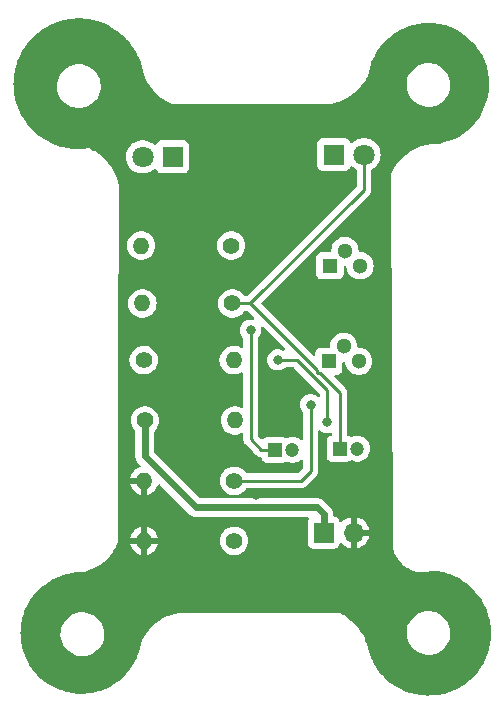
<source format=gbr>
%TF.GenerationSoftware,KiCad,Pcbnew,7.0.6*%
%TF.CreationDate,2023-09-30T16:03:16+02:00*%
%TF.ProjectId,bc546b-astable-multivibrator,62633534-3662-42d6-9173-7461626c652d,0*%
%TF.SameCoordinates,Original*%
%TF.FileFunction,Copper,L2,Bot*%
%TF.FilePolarity,Positive*%
%FSLAX46Y46*%
G04 Gerber Fmt 4.6, Leading zero omitted, Abs format (unit mm)*
G04 Created by KiCad (PCBNEW 7.0.6) date 2023-09-30 16:03:16*
%MOMM*%
%LPD*%
G01*
G04 APERTURE LIST*
%TA.AperFunction,ComponentPad*%
%ADD10R,1.200000X1.200000*%
%TD*%
%TA.AperFunction,ComponentPad*%
%ADD11C,1.200000*%
%TD*%
%TA.AperFunction,ComponentPad*%
%ADD12C,1.400000*%
%TD*%
%TA.AperFunction,ComponentPad*%
%ADD13O,1.400000X1.400000*%
%TD*%
%TA.AperFunction,ComponentPad*%
%ADD14R,1.300000X1.300000*%
%TD*%
%TA.AperFunction,ComponentPad*%
%ADD15C,1.300000*%
%TD*%
%TA.AperFunction,ComponentPad*%
%ADD16R,1.700000X1.700000*%
%TD*%
%TA.AperFunction,ComponentPad*%
%ADD17O,1.700000X1.700000*%
%TD*%
%TA.AperFunction,ComponentPad*%
%ADD18R,1.800000X1.800000*%
%TD*%
%TA.AperFunction,ComponentPad*%
%ADD19C,1.800000*%
%TD*%
%TA.AperFunction,ViaPad*%
%ADD20C,0.800000*%
%TD*%
%TA.AperFunction,Conductor*%
%ADD21C,0.250000*%
%TD*%
%TA.AperFunction,Conductor*%
%ADD22C,0.600000*%
%TD*%
G04 APERTURE END LIST*
D10*
%TO.P,C2,1*%
%TO.N,Net-(D1-A)*%
X99443915Y-76221520D03*
D11*
%TO.P,C2,2*%
%TO.N,Net-(BC546B2-C)*%
X100943915Y-76221520D03*
%TD*%
D12*
%TO.P,R6,1*%
%TO.N,Net-(BC546B2-E)*%
X96006514Y-83921520D03*
D13*
%TO.P,R6,2*%
%TO.N,GND*%
X88386514Y-83921520D03*
%TD*%
D10*
%TO.P,C1,1*%
%TO.N,Net-(D2-A)*%
X104943915Y-76121520D03*
D11*
%TO.P,C1,2*%
%TO.N,Net-(BC546B1-C)*%
X106443915Y-76121520D03*
%TD*%
D12*
%TO.P,R3,1*%
%TO.N,+9V*%
X88356514Y-68621520D03*
D13*
%TO.P,R3,2*%
%TO.N,Net-(BC546B1-C)*%
X95976514Y-68621520D03*
%TD*%
D14*
%TO.P,BC546B1,1,C*%
%TO.N,Net-(BC546B1-C)*%
X104126514Y-60621520D03*
D15*
%TO.P,BC546B1,2,B*%
%TO.N,/I2*%
X105396514Y-59351520D03*
%TO.P,BC546B1,3,E*%
%TO.N,Net-(BC546B1-E)*%
X106666514Y-60621520D03*
%TD*%
D12*
%TO.P,R1,1*%
%TO.N,Net-(D1-A)*%
X95766514Y-58921520D03*
D13*
%TO.P,R1,2*%
%TO.N,+9V*%
X88146514Y-58921520D03*
%TD*%
D12*
%TO.P,R5,1*%
%TO.N,Net-(BC546B1-E)*%
X96006514Y-78841520D03*
D13*
%TO.P,R5,2*%
%TO.N,GND*%
X88386514Y-78841520D03*
%TD*%
D12*
%TO.P,R4,1*%
%TO.N,+9V*%
X88456514Y-73721520D03*
D13*
%TO.P,R4,2*%
%TO.N,Net-(BC546B2-C)*%
X96076514Y-73721520D03*
%TD*%
D16*
%TO.P,BT1,1,+*%
%TO.N,+9V*%
X103591514Y-83221520D03*
D17*
%TO.P,BT1,2,-*%
%TO.N,GND*%
X106131514Y-83221520D03*
%TD*%
D14*
%TO.P,BC546B2,1,C*%
%TO.N,Net-(BC546B2-C)*%
X104026514Y-68721520D03*
D15*
%TO.P,BC546B2,2,B*%
%TO.N,/I1*%
X105296514Y-67451520D03*
%TO.P,BC546B2,3,E*%
%TO.N,Net-(BC546B2-E)*%
X106566514Y-68721520D03*
%TD*%
D18*
%TO.P,D1,1,K*%
%TO.N,/I2*%
X90800000Y-51400000D03*
D19*
%TO.P,D1,2,A*%
%TO.N,Net-(D1-A)*%
X88260000Y-51400000D03*
%TD*%
D18*
%TO.P,D2,1,K*%
%TO.N,/I1*%
X104466514Y-51221520D03*
D19*
%TO.P,D2,2,A*%
%TO.N,Net-(D2-A)*%
X107006514Y-51221520D03*
%TD*%
D12*
%TO.P,R2,1*%
%TO.N,Net-(D2-A)*%
X95866514Y-63821520D03*
D13*
%TO.P,R2,2*%
%TO.N,+9V*%
X88246514Y-63821520D03*
%TD*%
D20*
%TO.N,Net-(BC546B1-C)*%
X99700000Y-68600000D03*
X103900000Y-73900000D03*
%TO.N,Net-(BC546B1-E)*%
X102500000Y-72400000D03*
%TO.N,GND*%
X100200000Y-70900000D03*
X106400000Y-80700000D03*
X101800000Y-50400000D03*
X100100000Y-54900000D03*
X88800000Y-81100000D03*
X94400000Y-71000000D03*
X101400000Y-62300000D03*
X87100000Y-76100000D03*
X107100000Y-90300000D03*
X94100000Y-61400000D03*
X93500000Y-50100000D03*
X99400000Y-59500000D03*
X95000000Y-76500000D03*
X93900000Y-66100000D03*
X107600000Y-72000000D03*
X97900000Y-80000000D03*
X87800000Y-90400000D03*
X88800000Y-56700000D03*
%TO.N,Net-(D1-A)*%
X97400000Y-66100000D03*
%TD*%
D21*
%TO.N,Net-(BC546B1-C)*%
X103900000Y-71181402D02*
X101318598Y-68600000D01*
X103900000Y-73900000D02*
X103900000Y-71181402D01*
X101318598Y-68600000D02*
X99700000Y-68600000D01*
%TO.N,Net-(BC546B1-E)*%
X102500000Y-72400000D02*
X102500000Y-78000000D01*
X102500000Y-78000000D02*
X101658480Y-78841520D01*
X101658480Y-78841520D02*
X96006514Y-78841520D01*
D22*
%TO.N,+9V*%
X103000000Y-81100000D02*
X92800000Y-81100000D01*
X92800000Y-81100000D02*
X88456514Y-76756514D01*
X88456514Y-76756514D02*
X88456514Y-73721520D01*
X103591514Y-81691514D02*
X103000000Y-81100000D01*
X103591514Y-83221520D02*
X103591514Y-81691514D01*
D21*
%TO.N,Net-(D2-A)*%
X95866514Y-63821520D02*
X97378480Y-63821520D01*
X103253480Y-69696520D02*
X104943915Y-71386955D01*
X97378480Y-63821520D02*
X103051514Y-69494554D01*
X103051514Y-69494554D02*
X103051514Y-69696520D01*
X103051514Y-69696520D02*
X103253480Y-69696520D01*
X97378480Y-63821520D02*
X107006514Y-54193486D01*
X104943915Y-71386955D02*
X104943915Y-76121520D01*
X107006514Y-54193486D02*
X107006514Y-51221520D01*
%TO.N,Net-(D1-A)*%
X97400000Y-75300000D02*
X98321520Y-76221520D01*
X98321520Y-76221520D02*
X99443915Y-76221520D01*
X97400000Y-66100000D02*
X97400000Y-75300000D01*
%TD*%
%TA.AperFunction,Conductor*%
%TO.N,GND*%
G36*
X98481506Y-65811848D02*
G01*
X98498225Y-65825855D01*
X100284379Y-67612009D01*
X100317864Y-67673332D01*
X100312880Y-67743024D01*
X100271008Y-67798957D01*
X100205544Y-67823374D01*
X100146262Y-67812969D01*
X99979807Y-67738857D01*
X99979802Y-67738855D01*
X99834000Y-67707865D01*
X99794646Y-67699500D01*
X99605354Y-67699500D01*
X99572897Y-67706398D01*
X99420197Y-67738855D01*
X99420192Y-67738857D01*
X99247270Y-67815848D01*
X99247265Y-67815851D01*
X99094129Y-67927111D01*
X98967466Y-68067785D01*
X98872821Y-68231715D01*
X98872818Y-68231722D01*
X98818147Y-68399984D01*
X98814326Y-68411744D01*
X98794540Y-68600000D01*
X98814326Y-68788256D01*
X98814327Y-68788259D01*
X98872818Y-68968277D01*
X98872821Y-68968284D01*
X98967467Y-69132216D01*
X99069185Y-69245185D01*
X99094129Y-69272888D01*
X99247265Y-69384148D01*
X99247270Y-69384151D01*
X99420192Y-69461142D01*
X99420197Y-69461144D01*
X99605354Y-69500500D01*
X99605355Y-69500500D01*
X99794644Y-69500500D01*
X99794646Y-69500500D01*
X99979803Y-69461144D01*
X100152730Y-69384151D01*
X100305871Y-69272888D01*
X100308788Y-69269647D01*
X100311600Y-69266526D01*
X100371087Y-69229879D01*
X100403748Y-69225500D01*
X101008146Y-69225500D01*
X101075185Y-69245185D01*
X101095827Y-69261819D01*
X103238181Y-71404173D01*
X103271666Y-71465496D01*
X103274500Y-71491854D01*
X103274500Y-71606264D01*
X103254815Y-71673303D01*
X103202011Y-71719058D01*
X103132853Y-71729002D01*
X103077615Y-71706582D01*
X102952734Y-71615851D01*
X102952729Y-71615848D01*
X102779807Y-71538857D01*
X102779802Y-71538855D01*
X102634001Y-71507865D01*
X102594646Y-71499500D01*
X102405354Y-71499500D01*
X102372897Y-71506398D01*
X102220197Y-71538855D01*
X102220192Y-71538857D01*
X102047270Y-71615848D01*
X102047265Y-71615851D01*
X101894129Y-71727111D01*
X101767466Y-71867785D01*
X101672821Y-72031715D01*
X101672818Y-72031722D01*
X101614327Y-72211740D01*
X101614326Y-72211744D01*
X101594540Y-72400000D01*
X101614326Y-72588256D01*
X101614327Y-72588259D01*
X101672818Y-72768277D01*
X101672821Y-72768284D01*
X101767467Y-72932216D01*
X101842649Y-73015714D01*
X101872879Y-73078705D01*
X101874499Y-73098686D01*
X101874499Y-75299869D01*
X101854814Y-75366908D01*
X101802010Y-75412663D01*
X101732852Y-75422607D01*
X101669296Y-75393582D01*
X101667005Y-75391546D01*
X101609956Y-75339539D01*
X101609953Y-75339537D01*
X101609952Y-75339536D01*
X101436557Y-75232175D01*
X101436550Y-75232171D01*
X101341461Y-75195334D01*
X101246371Y-75158496D01*
X101045891Y-75121020D01*
X100841939Y-75121020D01*
X100641459Y-75158496D01*
X100641456Y-75158496D01*
X100641456Y-75158497D01*
X100591825Y-75177724D01*
X100489784Y-75217255D01*
X100454541Y-75230908D01*
X100384917Y-75236770D01*
X100335436Y-75214547D01*
X100286250Y-75177726D01*
X100286243Y-75177722D01*
X100151397Y-75127428D01*
X100151398Y-75127428D01*
X100091798Y-75121021D01*
X100091796Y-75121020D01*
X100091788Y-75121020D01*
X100091779Y-75121020D01*
X98796044Y-75121020D01*
X98796038Y-75121021D01*
X98736431Y-75127428D01*
X98601586Y-75177722D01*
X98601579Y-75177726D01*
X98486370Y-75263972D01*
X98486367Y-75263975D01*
X98470320Y-75285412D01*
X98414386Y-75327283D01*
X98344695Y-75332267D01*
X98283373Y-75298782D01*
X98061819Y-75077228D01*
X98028334Y-75015905D01*
X98025500Y-74989547D01*
X98025500Y-66798687D01*
X98045185Y-66731648D01*
X98057350Y-66715715D01*
X98075891Y-66695122D01*
X98132533Y-66632216D01*
X98227179Y-66468284D01*
X98285674Y-66288256D01*
X98305460Y-66100000D01*
X98287224Y-65926492D01*
X98299792Y-65857768D01*
X98347524Y-65806744D01*
X98415264Y-65789626D01*
X98481506Y-65811848D01*
G37*
%TD.AperFunction*%
%TA.AperFunction,Conductor*%
G36*
X83135272Y-39692651D02*
G01*
X83139007Y-39692831D01*
X83349073Y-39709382D01*
X83601339Y-39734984D01*
X83605189Y-39735497D01*
X83812175Y-39769754D01*
X83983753Y-39801858D01*
X84062204Y-39816537D01*
X84066089Y-39817393D01*
X84223394Y-39857459D01*
X84268336Y-39868906D01*
X84298336Y-39877170D01*
X84514580Y-39936739D01*
X84518476Y-39937951D01*
X84714261Y-40006060D01*
X84955228Y-40094741D01*
X84959044Y-40096293D01*
X85146801Y-40180177D01*
X85380942Y-40289397D01*
X85384693Y-40291308D01*
X85562860Y-40389928D01*
X85703696Y-40470622D01*
X85788671Y-40519310D01*
X85792392Y-40521620D01*
X85959420Y-40633681D01*
X86175567Y-40782869D01*
X86179138Y-40785529D01*
X86315439Y-40894924D01*
X86333569Y-40909475D01*
X86538806Y-41078163D01*
X86542229Y-41081194D01*
X86682540Y-41215009D01*
X86875843Y-41403123D01*
X86879042Y-41406479D01*
X86951579Y-41488567D01*
X87003677Y-41547526D01*
X87184223Y-41755395D01*
X87187207Y-41759110D01*
X87294415Y-41903606D01*
X87461754Y-42132474D01*
X87464467Y-42136507D01*
X87552111Y-42278520D01*
X87706455Y-42531676D01*
X87708851Y-42535986D01*
X87773531Y-42664093D01*
X87916547Y-42950108D01*
X87918621Y-42954716D01*
X87951816Y-43037303D01*
X88089924Y-43383242D01*
X88091647Y-43388146D01*
X88226293Y-43829654D01*
X88226394Y-43830040D01*
X88235518Y-43865090D01*
X88236369Y-43868832D01*
X88264902Y-44015005D01*
X88264903Y-44015012D01*
X88333026Y-44249622D01*
X88350029Y-44318465D01*
X88356439Y-44330254D01*
X88370649Y-44379194D01*
X88370652Y-44379202D01*
X88481020Y-44661673D01*
X88494222Y-44698875D01*
X88497420Y-44703649D01*
X88508663Y-44732423D01*
X88508665Y-44732428D01*
X88677821Y-45071818D01*
X88677827Y-45071829D01*
X88876766Y-45394665D01*
X88876775Y-45394678D01*
X89103888Y-45698350D01*
X89103893Y-45698356D01*
X89169831Y-45771734D01*
X89357360Y-45980424D01*
X89357363Y-45980427D01*
X89357366Y-45980430D01*
X89357367Y-45980431D01*
X89429213Y-46047210D01*
X89635125Y-46238602D01*
X89842304Y-46399056D01*
X89934945Y-46470804D01*
X89960958Y-46487444D01*
X89963942Y-46490873D01*
X89998906Y-46511719D01*
X90254398Y-46675153D01*
X90254401Y-46675155D01*
X90254405Y-46675157D01*
X90299633Y-46698657D01*
X90307264Y-46705980D01*
X90374068Y-46737333D01*
X90590906Y-46850001D01*
X90590911Y-46850003D01*
X90590913Y-46850004D01*
X90731476Y-46907681D01*
X90731667Y-46907834D01*
X90754727Y-46917247D01*
X90754904Y-46917341D01*
X90765758Y-46921750D01*
X90773909Y-46925077D01*
X90773947Y-46925093D01*
X90774886Y-46925477D01*
X90792121Y-46921976D01*
X104261545Y-46900560D01*
X104276872Y-46905034D01*
X104290930Y-46902290D01*
X104290971Y-46902293D01*
X104291436Y-46902191D01*
X104300097Y-46900500D01*
X104300098Y-46900501D01*
X104486197Y-46864176D01*
X104720563Y-46796125D01*
X104789483Y-46779102D01*
X104801290Y-46772684D01*
X104850377Y-46758432D01*
X105132502Y-46648200D01*
X105169874Y-46634937D01*
X105174676Y-46631722D01*
X105203595Y-46620423D01*
X105542998Y-46451264D01*
X105865845Y-46252320D01*
X106169530Y-46025198D01*
X106451601Y-45771731D01*
X106709779Y-45493967D01*
X106790854Y-45389283D01*
X110612301Y-45389283D01*
X110641927Y-45658533D01*
X110641929Y-45658544D01*
X110710440Y-45920602D01*
X110710442Y-45920608D01*
X110816384Y-46169910D01*
X110915396Y-46332146D01*
X110957493Y-46401125D01*
X110957500Y-46401135D01*
X111130767Y-46609339D01*
X111130773Y-46609344D01*
X111159337Y-46634937D01*
X111332512Y-46790102D01*
X111558424Y-46939564D01*
X111803690Y-47054540D01*
X111803697Y-47054542D01*
X111803699Y-47054543D01*
X112063071Y-47132577D01*
X112063078Y-47132578D01*
X112063083Y-47132580D01*
X112331075Y-47172020D01*
X112331080Y-47172020D01*
X112534150Y-47172020D01*
X112585647Y-47168250D01*
X112736670Y-47157197D01*
X112849272Y-47132113D01*
X113001060Y-47098302D01*
X113001062Y-47098301D01*
X113001067Y-47098300D01*
X113254072Y-47001534D01*
X113490291Y-46868961D01*
X113704691Y-46703408D01*
X113892700Y-46508401D01*
X114050313Y-46288099D01*
X114124301Y-46144189D01*
X114174163Y-46047210D01*
X114174165Y-46047204D01*
X114174170Y-46047195D01*
X114261632Y-45790825D01*
X114310833Y-45524453D01*
X114320726Y-45253755D01*
X114291100Y-44984502D01*
X114222586Y-44722432D01*
X114116644Y-44473130D01*
X113975532Y-44241910D01*
X113938021Y-44196836D01*
X113802260Y-44033700D01*
X113802254Y-44033695D01*
X113600516Y-43852938D01*
X113374606Y-43703477D01*
X113342657Y-43688500D01*
X113129338Y-43588500D01*
X113129333Y-43588498D01*
X113129328Y-43588496D01*
X112869956Y-43510462D01*
X112869942Y-43510459D01*
X112754305Y-43493441D01*
X112601953Y-43471020D01*
X112398883Y-43471020D01*
X112398878Y-43471020D01*
X112196358Y-43485843D01*
X112196345Y-43485845D01*
X111931967Y-43544737D01*
X111931960Y-43544740D01*
X111678953Y-43641507D01*
X111442740Y-43774077D01*
X111228336Y-43939632D01*
X111040336Y-44134629D01*
X111040330Y-44134636D01*
X110882716Y-44354939D01*
X110882713Y-44354944D01*
X110758864Y-44595829D01*
X110758857Y-44595847D01*
X110671398Y-44852205D01*
X110671395Y-44852219D01*
X110622195Y-45118588D01*
X110622194Y-45118595D01*
X110612301Y-45389283D01*
X106790854Y-45389283D01*
X106941981Y-45194148D01*
X106958710Y-45167995D01*
X106962152Y-45165000D01*
X106983077Y-45129903D01*
X107146331Y-44874695D01*
X107169896Y-44829341D01*
X107177240Y-44821687D01*
X107208646Y-44754764D01*
X107321179Y-44538187D01*
X107379329Y-44396469D01*
X107389698Y-44383412D01*
X107390875Y-44376416D01*
X107398459Y-44349864D01*
X107401978Y-44341295D01*
X107400574Y-44328455D01*
X107401384Y-44324326D01*
X107414380Y-44263523D01*
X107484830Y-43933915D01*
X107486161Y-43928778D01*
X107502861Y-43874079D01*
X107589053Y-43591764D01*
X107614387Y-43509517D01*
X107616083Y-43504727D01*
X107729039Y-43223610D01*
X107780724Y-43096501D01*
X107782803Y-43091929D01*
X107909620Y-42840919D01*
X107982152Y-42699392D01*
X107984544Y-42695150D01*
X108125988Y-42466284D01*
X108217125Y-42321237D01*
X108219865Y-42317235D01*
X108248649Y-42278520D01*
X108375812Y-42107482D01*
X108483925Y-41964788D01*
X108486897Y-41961164D01*
X108656752Y-41769468D01*
X108780532Y-41632754D01*
X108783713Y-41629495D01*
X108966602Y-41455673D01*
X109104688Y-41327648D01*
X109108107Y-41324703D01*
X109302925Y-41169011D01*
X109454022Y-41051691D01*
X109457566Y-41049138D01*
X109663191Y-40911911D01*
X109825879Y-40806985D01*
X109829522Y-40804812D01*
X110044594Y-40686552D01*
X110217495Y-40595343D01*
X110221198Y-40593548D01*
X110444290Y-40494726D01*
X110625908Y-40418363D01*
X110629678Y-40416924D01*
X110859299Y-40337955D01*
X111048068Y-40277357D01*
X111051862Y-40276274D01*
X111286431Y-40217504D01*
X111480830Y-40173373D01*
X111484606Y-40172641D01*
X111722597Y-40134297D01*
X111920912Y-40107194D01*
X111924652Y-40106800D01*
X112164352Y-40089031D01*
X112365081Y-40079301D01*
X112368785Y-40079234D01*
X112608527Y-40082052D01*
X112809991Y-40089907D01*
X112813526Y-40090148D01*
X113051737Y-40113449D01*
X113252274Y-40138926D01*
X113255698Y-40139460D01*
X113490648Y-40183004D01*
X113688664Y-40225990D01*
X113691895Y-40226784D01*
X113921963Y-40290210D01*
X114115846Y-40350432D01*
X114118964Y-40351493D01*
X114342468Y-40434283D01*
X114530682Y-40511332D01*
X114533615Y-40512624D01*
X114749008Y-40614158D01*
X114930057Y-40707485D01*
X114932747Y-40708959D01*
X115138537Y-40828501D01*
X115310934Y-40937392D01*
X115313401Y-40939035D01*
X115497042Y-41067932D01*
X115508115Y-41075704D01*
X115670495Y-41199339D01*
X115672772Y-41201158D01*
X115854991Y-41353939D01*
X116006069Y-41491374D01*
X116008105Y-41493313D01*
X116176564Y-41661132D01*
X116316041Y-41812283D01*
X116387503Y-41896858D01*
X116470417Y-41994988D01*
X116596164Y-42157732D01*
X116722196Y-42335846D01*
X116733509Y-42351833D01*
X116735081Y-42354165D01*
X116845374Y-42526066D01*
X116965597Y-42731228D01*
X116967011Y-42733776D01*
X117061808Y-42914513D01*
X117164057Y-43129300D01*
X117165287Y-43132054D01*
X117243861Y-43320173D01*
X117327369Y-43543008D01*
X117328390Y-43545954D01*
X117390184Y-43740024D01*
X117454336Y-43969316D01*
X117455123Y-43972438D01*
X117499678Y-44170875D01*
X117543998Y-44405041D01*
X117544528Y-44408321D01*
X117571547Y-44609552D01*
X117595672Y-44846886D01*
X117595925Y-44850302D01*
X117605257Y-45052721D01*
X117608973Y-45291561D01*
X117608928Y-45295088D01*
X117600575Y-45497090D01*
X117583794Y-45735761D01*
X117583434Y-45739372D01*
X117557555Y-45939296D01*
X117520324Y-46176118D01*
X117519633Y-46179786D01*
X117476538Y-46376071D01*
X117419027Y-46609375D01*
X117417995Y-46613067D01*
X117358163Y-46804105D01*
X117280658Y-47032286D01*
X117279274Y-47035971D01*
X117203351Y-47220193D01*
X117106256Y-47441656D01*
X117104515Y-47445300D01*
X117013275Y-47621277D01*
X116897120Y-47834435D01*
X116895019Y-47838002D01*
X116789437Y-48004290D01*
X116654807Y-48207695D01*
X116652345Y-48211152D01*
X116533586Y-48366365D01*
X116381126Y-48558633D01*
X116378308Y-48561941D01*
X116247729Y-48704802D01*
X116078144Y-48884597D01*
X116074979Y-48887721D01*
X115934118Y-49017088D01*
X115748095Y-49183184D01*
X115744592Y-49186088D01*
X115595329Y-49300855D01*
X115393464Y-49452133D01*
X115389639Y-49454782D01*
X115234207Y-49553991D01*
X115016910Y-49689430D01*
X115012782Y-49691788D01*
X114853965Y-49774611D01*
X114621230Y-49893307D01*
X114616821Y-49895342D01*
X114458541Y-49961016D01*
X114348033Y-50005909D01*
X114209390Y-50062231D01*
X114204725Y-50063912D01*
X114052908Y-50111857D01*
X113784481Y-50194928D01*
X113779588Y-50196226D01*
X113645430Y-50226015D01*
X113349666Y-50290408D01*
X113344580Y-50291295D01*
X113259022Y-50302578D01*
X112909827Y-50347742D01*
X112904529Y-50348197D01*
X112511468Y-50365061D01*
X112498565Y-50361866D01*
X112476252Y-50365455D01*
X112456563Y-50367028D01*
X112443099Y-50367028D01*
X112434494Y-50371977D01*
X112425527Y-50373789D01*
X112275773Y-50398341D01*
X112212417Y-50414858D01*
X112037354Y-50460496D01*
X111967335Y-50475664D01*
X111954879Y-50481997D01*
X111901837Y-50495824D01*
X111901816Y-50495831D01*
X111614435Y-50599975D01*
X111575987Y-50612513D01*
X111570859Y-50615766D01*
X111538509Y-50627489D01*
X111538506Y-50627491D01*
X111316818Y-50731942D01*
X111188912Y-50792206D01*
X110856084Y-50988540D01*
X110856079Y-50988543D01*
X110542827Y-51214836D01*
X110251858Y-51469132D01*
X109985652Y-51749269D01*
X109985646Y-51749276D01*
X109746509Y-52052824D01*
X109727801Y-52081715D01*
X109724163Y-52084845D01*
X109702617Y-52120610D01*
X109536474Y-52377201D01*
X109536464Y-52377218D01*
X109511068Y-52425765D01*
X109503374Y-52433737D01*
X109471535Y-52501338D01*
X109357349Y-52719614D01*
X109298284Y-52863528D01*
X109298128Y-52863722D01*
X109288687Y-52886850D01*
X109288444Y-52887310D01*
X109284065Y-52898173D01*
X109281264Y-52905030D01*
X109281264Y-52905034D01*
X109280574Y-52906722D01*
X109284069Y-52923862D01*
X109434025Y-84143691D01*
X109431564Y-84152223D01*
X109434118Y-84188218D01*
X109434261Y-84191697D01*
X109434513Y-84193624D01*
X109445106Y-84336682D01*
X109445106Y-84336684D01*
X109477984Y-84509400D01*
X109478515Y-84512660D01*
X109489049Y-84590311D01*
X109496882Y-84608667D01*
X109500099Y-84625566D01*
X109500102Y-84625576D01*
X109560339Y-84818741D01*
X109561120Y-84821463D01*
X109578319Y-84887006D01*
X109585593Y-84899726D01*
X109587640Y-84906290D01*
X109587644Y-84906299D01*
X109664982Y-85081138D01*
X109683387Y-85122745D01*
X109702328Y-85170389D01*
X109703972Y-85172598D01*
X109704988Y-85172078D01*
X109706600Y-85175223D01*
X109706603Y-85175230D01*
X109707807Y-85177282D01*
X109848831Y-85417620D01*
X109854393Y-85427795D01*
X109855218Y-85428583D01*
X109967928Y-85578452D01*
X110032173Y-85663878D01*
X110035504Y-85667390D01*
X110037865Y-85670248D01*
X110039091Y-85671172D01*
X110234542Y-85877231D01*
X110234545Y-85877234D01*
X110247715Y-85888274D01*
X110249436Y-85889917D01*
X110250231Y-85890383D01*
X110427170Y-86038701D01*
X110427169Y-86038701D01*
X110449273Y-86057229D01*
X110459907Y-86066143D01*
X110484778Y-86082561D01*
X110485428Y-86083050D01*
X110485696Y-86083167D01*
X110554689Y-86128711D01*
X110679537Y-86211127D01*
X110679663Y-86211277D01*
X110680452Y-86211731D01*
X110705323Y-86228149D01*
X110949342Y-86351883D01*
X110949792Y-86352306D01*
X110952264Y-86353365D01*
X110967592Y-86361137D01*
X110967598Y-86361140D01*
X111233885Y-86459887D01*
X111234710Y-86460502D01*
X111238767Y-86461698D01*
X111241750Y-86462803D01*
X111243317Y-86463385D01*
X111528889Y-86533553D01*
X111528893Y-86533553D01*
X111529225Y-86533635D01*
X111529938Y-86534049D01*
X111541703Y-86535186D01*
X111820595Y-86570730D01*
X111820596Y-86570730D01*
X111824127Y-86570977D01*
X111823997Y-86572828D01*
X111877992Y-86571452D01*
X112086260Y-86574073D01*
X112114631Y-86574431D01*
X112114631Y-86574430D01*
X112114638Y-86574431D01*
X112121470Y-86573734D01*
X112132983Y-86575876D01*
X112203053Y-86565482D01*
X112205832Y-86565134D01*
X112407188Y-86544609D01*
X112423968Y-86540931D01*
X112439853Y-86542041D01*
X112519457Y-86520092D01*
X112522644Y-86519303D01*
X112694436Y-86481652D01*
X112807060Y-86443078D01*
X112861121Y-86437169D01*
X113283155Y-86484733D01*
X113288371Y-86485550D01*
X113630960Y-86554340D01*
X113732726Y-86575048D01*
X113737716Y-86576282D01*
X114029131Y-86661371D01*
X114145535Y-86695903D01*
X114173957Y-86704335D01*
X114178747Y-86705971D01*
X114263226Y-86738739D01*
X114443266Y-86808574D01*
X114566067Y-86857058D01*
X114602305Y-86871366D01*
X114606837Y-86873367D01*
X114851716Y-86993458D01*
X115014584Y-87074899D01*
X115018809Y-87077223D01*
X115182151Y-87175552D01*
X115246417Y-87214239D01*
X115407631Y-87313376D01*
X115411573Y-87316013D01*
X115484214Y-87368732D01*
X115622688Y-87469230D01*
X115773653Y-87581390D01*
X115778515Y-87585003D01*
X115782129Y-87587903D01*
X115976661Y-87756376D01*
X116124458Y-87887745D01*
X116127723Y-87890867D01*
X116247660Y-88014276D01*
X116305287Y-88073571D01*
X116442841Y-88219306D01*
X116445759Y-88222628D01*
X116605719Y-88418343D01*
X116731291Y-88577208D01*
X116733839Y-88580672D01*
X116822356Y-88710259D01*
X116875503Y-88788065D01*
X116987629Y-88958750D01*
X116989820Y-88962344D01*
X117112505Y-89179962D01*
X117209919Y-89361030D01*
X117211742Y-89364705D01*
X117314863Y-89591094D01*
X117396516Y-89781071D01*
X117397975Y-89784791D01*
X117442640Y-89910459D01*
X117478181Y-90010459D01*
X117480984Y-90018344D01*
X117546000Y-90215671D01*
X117547101Y-90219401D01*
X117609577Y-90458517D01*
X117657262Y-90661595D01*
X117658014Y-90665301D01*
X117699630Y-90908276D01*
X117729454Y-91115424D01*
X117729870Y-91119076D01*
X117750440Y-91364253D01*
X117762050Y-91573794D01*
X117762145Y-91577363D01*
X117761598Y-91823005D01*
X117754803Y-92033257D01*
X117754595Y-92036714D01*
X117732997Y-92281072D01*
X117707775Y-92490328D01*
X117707284Y-92493649D01*
X117664841Y-92734989D01*
X117621320Y-92941606D01*
X117620567Y-92944767D01*
X117557624Y-93181366D01*
X117496103Y-93383643D01*
X117495113Y-93386626D01*
X117412141Y-93616826D01*
X117333062Y-93813158D01*
X117331860Y-93815946D01*
X117229477Y-94038090D01*
X117133436Y-94226908D01*
X117132046Y-94229487D01*
X117011003Y-94441978D01*
X116898713Y-94621804D01*
X116897164Y-94624163D01*
X116758350Y-94825454D01*
X116709065Y-94890848D01*
X116629881Y-94995915D01*
X116473390Y-95185656D01*
X116330516Y-95344191D01*
X116159297Y-95518803D01*
X116157274Y-95520773D01*
X116002112Y-95665226D01*
X115816542Y-95824496D01*
X115814274Y-95826351D01*
X115647178Y-95956576D01*
X115448584Y-96099360D01*
X115446076Y-96101072D01*
X115268377Y-96216071D01*
X115058178Y-96341333D01*
X115055438Y-96342873D01*
X114868581Y-96441756D01*
X114648241Y-96548599D01*
X114645280Y-96549940D01*
X114450754Y-96631972D01*
X114221887Y-96719573D01*
X114218722Y-96720687D01*
X114018099Y-96785269D01*
X113782317Y-96852975D01*
X113778963Y-96853838D01*
X113573851Y-96900520D01*
X113332804Y-96947805D01*
X113329283Y-96948391D01*
X113121375Y-96976870D01*
X112876752Y-97003338D01*
X112873087Y-97003625D01*
X112664060Y-97013768D01*
X112600774Y-97015150D01*
X112417569Y-97019153D01*
X112413795Y-97019121D01*
X112205378Y-97010955D01*
X112086673Y-97003338D01*
X111958736Y-96995128D01*
X111954870Y-96994758D01*
X111748776Y-96968482D01*
X111503684Y-96931438D01*
X111499762Y-96930715D01*
X111431839Y-96915921D01*
X111297708Y-96886706D01*
X111055836Y-96828554D01*
X111051882Y-96827464D01*
X110855556Y-96766281D01*
X110618597Y-96687263D01*
X110614652Y-96685797D01*
X110425676Y-96608172D01*
X110195199Y-96508602D01*
X110191299Y-96506753D01*
X110011385Y-96413682D01*
X109788870Y-96293928D01*
X109785053Y-96291695D01*
X109615771Y-96184369D01*
X109402646Y-96044842D01*
X109398951Y-96042224D01*
X109241877Y-95922148D01*
X109039422Y-95763200D01*
X109035886Y-95760204D01*
X109030951Y-95755695D01*
X108892614Y-95629293D01*
X108872549Y-95610544D01*
X108701962Y-95451142D01*
X108698655Y-95447806D01*
X108578361Y-95316802D01*
X108570672Y-95308428D01*
X108392829Y-95111038D01*
X108389726Y-95107312D01*
X108304131Y-94995915D01*
X108278739Y-94962869D01*
X108257519Y-94934806D01*
X108114290Y-94745386D01*
X108111466Y-94741324D01*
X108019520Y-94597086D01*
X108005127Y-94574205D01*
X107868466Y-94356950D01*
X107865971Y-94352598D01*
X107796247Y-94218626D01*
X107742363Y-94113994D01*
X107657225Y-93948674D01*
X107655068Y-93944022D01*
X107617380Y-93852909D01*
X107615359Y-93848022D01*
X107482646Y-93524831D01*
X107480836Y-93519820D01*
X107351159Y-93106048D01*
X107345484Y-93068965D01*
X107345484Y-93065695D01*
X107338755Y-93053372D01*
X107338218Y-93050768D01*
X107309155Y-92901867D01*
X107309153Y-92901859D01*
X107309150Y-92901843D01*
X107241251Y-92667997D01*
X107224169Y-92598833D01*
X107217729Y-92586984D01*
X107203409Y-92537666D01*
X107203405Y-92537654D01*
X107115385Y-92312373D01*
X107093430Y-92256182D01*
X107080048Y-92218470D01*
X107076801Y-92213620D01*
X107065402Y-92184444D01*
X106896245Y-91845041D01*
X106861886Y-91789283D01*
X110612301Y-91789283D01*
X110641927Y-92058533D01*
X110641929Y-92058544D01*
X110702658Y-92290834D01*
X110710442Y-92320608D01*
X110816384Y-92569910D01*
X110957493Y-92801125D01*
X110957500Y-92801135D01*
X111130767Y-93009339D01*
X111130773Y-93009344D01*
X111215980Y-93085689D01*
X111332512Y-93190102D01*
X111558424Y-93339564D01*
X111803690Y-93454540D01*
X111803697Y-93454542D01*
X111803699Y-93454543D01*
X112063071Y-93532577D01*
X112063078Y-93532578D01*
X112063083Y-93532580D01*
X112331075Y-93572020D01*
X112331080Y-93572020D01*
X112534150Y-93572020D01*
X112585647Y-93568250D01*
X112736670Y-93557197D01*
X112881966Y-93524831D01*
X113001060Y-93498302D01*
X113001062Y-93498301D01*
X113001067Y-93498300D01*
X113254072Y-93401534D01*
X113490291Y-93268961D01*
X113704691Y-93103408D01*
X113892700Y-92908401D01*
X114050313Y-92688099D01*
X114139764Y-92514116D01*
X114174163Y-92447210D01*
X114174165Y-92447204D01*
X114174170Y-92447195D01*
X114261632Y-92190825D01*
X114310833Y-91924453D01*
X114320726Y-91653755D01*
X114291100Y-91384502D01*
X114222586Y-91122432D01*
X114116644Y-90873130D01*
X113975532Y-90641910D01*
X113934102Y-90592126D01*
X113802260Y-90433700D01*
X113802254Y-90433695D01*
X113600516Y-90252938D01*
X113374606Y-90103477D01*
X113342657Y-90088500D01*
X113129338Y-89988500D01*
X113129333Y-89988498D01*
X113129328Y-89988496D01*
X112869956Y-89910462D01*
X112869942Y-89910459D01*
X112754305Y-89893441D01*
X112601953Y-89871020D01*
X112398883Y-89871020D01*
X112398878Y-89871020D01*
X112196358Y-89885843D01*
X112196345Y-89885845D01*
X111931967Y-89944737D01*
X111931960Y-89944740D01*
X111678953Y-90041507D01*
X111442740Y-90174077D01*
X111442738Y-90174078D01*
X111442737Y-90174079D01*
X111429042Y-90184654D01*
X111228336Y-90339632D01*
X111040336Y-90534629D01*
X111040330Y-90534636D01*
X110882716Y-90754939D01*
X110882713Y-90754944D01*
X110758864Y-90995829D01*
X110758857Y-90995847D01*
X110671398Y-91252205D01*
X110671395Y-91252219D01*
X110622195Y-91518588D01*
X110622194Y-91518595D01*
X110612301Y-91789283D01*
X106861886Y-91789283D01*
X106697303Y-91522193D01*
X106594321Y-91384495D01*
X106470194Y-91218522D01*
X106470190Y-91218517D01*
X106470183Y-91218508D01*
X106270103Y-90995847D01*
X106216716Y-90936434D01*
X105938964Y-90678263D01*
X105938956Y-90678257D01*
X105639136Y-90446053D01*
X105639135Y-90446052D01*
X105612743Y-90429170D01*
X105609715Y-90425691D01*
X105574240Y-90404540D01*
X105319686Y-90241705D01*
X105319686Y-90241704D01*
X105274113Y-90218025D01*
X105266419Y-90210642D01*
X105199216Y-90179108D01*
X104983176Y-90066854D01*
X104807989Y-89994969D01*
X104807955Y-89994955D01*
X104807763Y-89994876D01*
X104807300Y-89994687D01*
X104807299Y-89994687D01*
X104799386Y-89991457D01*
X104782260Y-89994927D01*
X91271919Y-90042403D01*
X91256713Y-90037996D01*
X91243352Y-90040554D01*
X91241523Y-90040745D01*
X91228785Y-90043405D01*
X91046851Y-90078916D01*
X91046839Y-90078919D01*
X90813869Y-90146562D01*
X90744303Y-90163743D01*
X90732389Y-90170219D01*
X90682675Y-90184654D01*
X90682674Y-90184654D01*
X90402266Y-90294211D01*
X90363972Y-90307800D01*
X90359056Y-90311093D01*
X90329465Y-90322655D01*
X90329425Y-90322672D01*
X89990054Y-90491811D01*
X89990050Y-90491813D01*
X89667190Y-90690760D01*
X89363507Y-90917876D01*
X89081445Y-91171329D01*
X88823265Y-91449087D01*
X88591052Y-91748912D01*
X88591047Y-91748920D01*
X88573926Y-91775684D01*
X88570396Y-91778754D01*
X88548929Y-91814761D01*
X88386699Y-92068362D01*
X88362841Y-92114278D01*
X88355400Y-92122031D01*
X88323688Y-92189628D01*
X88211851Y-92404856D01*
X88153686Y-92546600D01*
X88143436Y-92559512D01*
X88142120Y-92567147D01*
X88134823Y-92592704D01*
X88131072Y-92601945D01*
X88132484Y-92614342D01*
X88131578Y-92619016D01*
X88109981Y-92720028D01*
X88048323Y-93008410D01*
X88048042Y-93009723D01*
X88046706Y-93014878D01*
X87943887Y-93351416D01*
X87918212Y-93434712D01*
X87916484Y-93439585D01*
X87803588Y-93720302D01*
X87751496Y-93848297D01*
X87749395Y-93852909D01*
X87622594Y-94103617D01*
X87549612Y-94245870D01*
X87547169Y-94250194D01*
X87405605Y-94478966D01*
X87314078Y-94624449D01*
X87311328Y-94628461D01*
X87155217Y-94838137D01*
X87046649Y-94981222D01*
X87043628Y-94984902D01*
X86873603Y-95176478D01*
X86749367Y-95313471D01*
X86746109Y-95316802D01*
X86562980Y-95490528D01*
X86424442Y-95618729D01*
X86420987Y-95621699D01*
X86225850Y-95777310D01*
X86074315Y-95894708D01*
X86070698Y-95897308D01*
X85864791Y-96034374D01*
X85701637Y-96139323D01*
X85697897Y-96141548D01*
X85482541Y-96259600D01*
X85309185Y-96350755D01*
X85305358Y-96352603D01*
X85081988Y-96451167D01*
X84899944Y-96527399D01*
X84896068Y-96528872D01*
X84666151Y-96607547D01*
X84476928Y-96667961D01*
X84473037Y-96669065D01*
X84238181Y-96727490D01*
X84043379Y-96771363D01*
X84039508Y-96772106D01*
X83801280Y-96810050D01*
X83602514Y-96836846D01*
X83598695Y-96837241D01*
X83358774Y-96854564D01*
X83157634Y-96863919D01*
X83153897Y-96863980D01*
X82913961Y-96860669D01*
X82712120Y-96852379D01*
X82708494Y-96852123D01*
X82470195Y-96828294D01*
X82448264Y-96825459D01*
X82269290Y-96802320D01*
X82265802Y-96801768D01*
X82030786Y-96757655D01*
X82019553Y-96755189D01*
X81832504Y-96714127D01*
X81829176Y-96713300D01*
X81626562Y-96656918D01*
X81599079Y-96649270D01*
X81404951Y-96588448D01*
X81401831Y-96587378D01*
X81241162Y-96527399D01*
X81178330Y-96503943D01*
X80989958Y-96426260D01*
X80987010Y-96424953D01*
X80771667Y-96322743D01*
X80590551Y-96228760D01*
X80587816Y-96227252D01*
X80382170Y-96107028D01*
X80278591Y-96041194D01*
X80209766Y-95997448D01*
X80207258Y-95995766D01*
X80012748Y-95858396D01*
X79850438Y-95734054D01*
X79848164Y-95732225D01*
X79666210Y-95578726D01*
X79515273Y-95440564D01*
X79513240Y-95438616D01*
X79345130Y-95270087D01*
X79205878Y-95118204D01*
X79051944Y-94934806D01*
X78968040Y-94825465D01*
X78926497Y-94771327D01*
X78789639Y-94576512D01*
X78788097Y-94574205D01*
X78678199Y-94401609D01*
X78652252Y-94356971D01*
X78558563Y-94195789D01*
X78557169Y-94193256D01*
X78462842Y-94011838D01*
X78361277Y-93796469D01*
X78360055Y-93793706D01*
X78303630Y-93657194D01*
X78282017Y-93604906D01*
X78199256Y-93381504D01*
X78198255Y-93378578D01*
X78137092Y-93183911D01*
X78073749Y-92954067D01*
X78072994Y-92951023D01*
X78029135Y-92751992D01*
X78001360Y-92601945D01*
X77985710Y-92517403D01*
X77985192Y-92514116D01*
X77982097Y-92490328D01*
X77958950Y-92312417D01*
X77935778Y-92074699D01*
X77935543Y-92071332D01*
X77927918Y-91889283D01*
X81312301Y-91889283D01*
X81341927Y-92158533D01*
X81341929Y-92158544D01*
X81410440Y-92420602D01*
X81410442Y-92420608D01*
X81516384Y-92669910D01*
X81566469Y-92751977D01*
X81657493Y-92901125D01*
X81657500Y-92901135D01*
X81830767Y-93109339D01*
X81830773Y-93109344D01*
X82032512Y-93290102D01*
X82258424Y-93439564D01*
X82503690Y-93554540D01*
X82503697Y-93554542D01*
X82503699Y-93554543D01*
X82763071Y-93632577D01*
X82763078Y-93632578D01*
X82763083Y-93632580D01*
X83031075Y-93672020D01*
X83031080Y-93672020D01*
X83234150Y-93672020D01*
X83285647Y-93668250D01*
X83436670Y-93657197D01*
X83549272Y-93632113D01*
X83701060Y-93598302D01*
X83701062Y-93598301D01*
X83701067Y-93598300D01*
X83954072Y-93501534D01*
X84190291Y-93368961D01*
X84404691Y-93203408D01*
X84592700Y-93008401D01*
X84750313Y-92788099D01*
X84826160Y-92640576D01*
X84874163Y-92547210D01*
X84874165Y-92547204D01*
X84874170Y-92547195D01*
X84961632Y-92290825D01*
X85010833Y-92024453D01*
X85020726Y-91753755D01*
X84991100Y-91484502D01*
X84922586Y-91222432D01*
X84816644Y-90973130D01*
X84675532Y-90741910D01*
X84586261Y-90634639D01*
X84502260Y-90533700D01*
X84502254Y-90533695D01*
X84300516Y-90352938D01*
X84074606Y-90203477D01*
X84074604Y-90203476D01*
X83829338Y-90088500D01*
X83829333Y-90088498D01*
X83829328Y-90088496D01*
X83569956Y-90010462D01*
X83569942Y-90010459D01*
X83440821Y-89991457D01*
X83301953Y-89971020D01*
X83098883Y-89971020D01*
X83098878Y-89971020D01*
X82896358Y-89985843D01*
X82896345Y-89985845D01*
X82631967Y-90044737D01*
X82631960Y-90044740D01*
X82378953Y-90141507D01*
X82142740Y-90274077D01*
X82142738Y-90274078D01*
X82142737Y-90274079D01*
X82095579Y-90310493D01*
X81928336Y-90439632D01*
X81740336Y-90634629D01*
X81740330Y-90634636D01*
X81582716Y-90854939D01*
X81582713Y-90854944D01*
X81458864Y-91095829D01*
X81458857Y-91095847D01*
X81371398Y-91352205D01*
X81371395Y-91352219D01*
X81358236Y-91423462D01*
X81329810Y-91577363D01*
X81322195Y-91618588D01*
X81322194Y-91618595D01*
X81312301Y-91889283D01*
X77927918Y-91889283D01*
X77927047Y-91868475D01*
X77924345Y-91629310D01*
X77924406Y-91625805D01*
X77926783Y-91573794D01*
X77933653Y-91423482D01*
X77951500Y-91184599D01*
X77951874Y-91181017D01*
X77963286Y-91095847D01*
X77978700Y-90980805D01*
X78017046Y-90743862D01*
X78017739Y-90740273D01*
X78061820Y-90543806D01*
X78120497Y-90310429D01*
X78121507Y-90306877D01*
X78182372Y-90115711D01*
X78261065Y-89887599D01*
X78262428Y-89884019D01*
X78339430Y-89699721D01*
X78437714Y-89478482D01*
X78439427Y-89474944D01*
X78531738Y-89299045D01*
X78649105Y-89086202D01*
X78651197Y-89082690D01*
X78757836Y-88916616D01*
X78893680Y-88713644D01*
X78896118Y-88710259D01*
X79015961Y-88555313D01*
X79027010Y-88541527D01*
X79169595Y-88363638D01*
X79172376Y-88360407D01*
X79304008Y-88217932D01*
X79474758Y-88038837D01*
X79477897Y-88035773D01*
X79619772Y-87906900D01*
X79806931Y-87741629D01*
X79810388Y-87738795D01*
X79960681Y-87624568D01*
X80163557Y-87474304D01*
X80167338Y-87471717D01*
X80323781Y-87373119D01*
X80542048Y-87238809D01*
X80546111Y-87236519D01*
X80705772Y-87154441D01*
X80939469Y-87036975D01*
X80943844Y-87034988D01*
X81103019Y-86970057D01*
X81352929Y-86870273D01*
X81357526Y-86868648D01*
X81510103Y-86821485D01*
X81779238Y-86739993D01*
X81784092Y-86738739D01*
X81919007Y-86709662D01*
X82215260Y-86647094D01*
X82220315Y-86646245D01*
X82306384Y-86635452D01*
X82656092Y-86592479D01*
X82661377Y-86592059D01*
X83059836Y-86577550D01*
X83074185Y-86581201D01*
X83087934Y-86578496D01*
X83112701Y-86576165D01*
X83122505Y-86576229D01*
X83135557Y-86569159D01*
X83137606Y-86568738D01*
X83285042Y-86539792D01*
X83517808Y-86471940D01*
X83586741Y-86454835D01*
X83598529Y-86448410D01*
X83646622Y-86434392D01*
X83926784Y-86324622D01*
X83964371Y-86311242D01*
X83969189Y-86308007D01*
X83997295Y-86296996D01*
X84334236Y-86128711D01*
X84654730Y-85930892D01*
X84654733Y-85930889D01*
X84654739Y-85930886D01*
X84744515Y-85863654D01*
X84956197Y-85705133D01*
X85236207Y-85453253D01*
X85492504Y-85177281D01*
X85723024Y-84879439D01*
X85739287Y-84854003D01*
X85742750Y-84850988D01*
X85763826Y-84815625D01*
X85795791Y-84765633D01*
X85925911Y-84562128D01*
X85949003Y-84517673D01*
X85956346Y-84510019D01*
X85987765Y-84443053D01*
X86099528Y-84227903D01*
X86122660Y-84171520D01*
X87210019Y-84171520D01*
X87262753Y-84356869D01*
X87361882Y-84555945D01*
X87495905Y-84733420D01*
X87660252Y-84883241D01*
X87849334Y-85000317D01*
X87849336Y-85000318D01*
X88056709Y-85080655D01*
X88136514Y-85095572D01*
X88136514Y-84171520D01*
X87210019Y-84171520D01*
X86122660Y-84171520D01*
X86170927Y-84053874D01*
X86171044Y-84053592D01*
X86171044Y-84053591D01*
X86174566Y-84045103D01*
X86171107Y-84027782D01*
X86171296Y-83950822D01*
X88032886Y-83950822D01*
X88061561Y-84064058D01*
X88125450Y-84161847D01*
X88217629Y-84233592D01*
X88328109Y-84271520D01*
X88415519Y-84271520D01*
X88501730Y-84257134D01*
X88604461Y-84201539D01*
X88632095Y-84171520D01*
X88636514Y-84171520D01*
X88636514Y-85095572D01*
X88716318Y-85080655D01*
X88923691Y-85000318D01*
X88923693Y-85000317D01*
X89112775Y-84883241D01*
X89277122Y-84733420D01*
X89411145Y-84555945D01*
X89510274Y-84356869D01*
X89563009Y-84171520D01*
X88636514Y-84171520D01*
X88632095Y-84171520D01*
X88683574Y-84115599D01*
X88730496Y-84008628D01*
X88737714Y-83921520D01*
X94800871Y-83921520D01*
X94821398Y-84143055D01*
X94821399Y-84143057D01*
X94882283Y-84357043D01*
X94882289Y-84357058D01*
X94981452Y-84556203D01*
X94981457Y-84556211D01*
X95115534Y-84733758D01*
X95267602Y-84872386D01*
X95275329Y-84879430D01*
X95279951Y-84883643D01*
X95279953Y-84883645D01*
X95469109Y-85000765D01*
X95469110Y-85000765D01*
X95469113Y-85000767D01*
X95676574Y-85081138D01*
X95895271Y-85122020D01*
X95895273Y-85122020D01*
X96117755Y-85122020D01*
X96117757Y-85122020D01*
X96336454Y-85081138D01*
X96543915Y-85000767D01*
X96733076Y-84883644D01*
X96897495Y-84733756D01*
X97031572Y-84556209D01*
X97130743Y-84357048D01*
X97191629Y-84143056D01*
X97212157Y-83921520D01*
X97191629Y-83699984D01*
X97130743Y-83485992D01*
X97123537Y-83471520D01*
X97031575Y-83286836D01*
X97031570Y-83286828D01*
X96897493Y-83109281D01*
X96733076Y-82959396D01*
X96733074Y-82959394D01*
X96543918Y-82842274D01*
X96543912Y-82842272D01*
X96336454Y-82761902D01*
X96117757Y-82721020D01*
X95895271Y-82721020D01*
X95676574Y-82761902D01*
X95587091Y-82796568D01*
X95469115Y-82842272D01*
X95469109Y-82842274D01*
X95279953Y-82959394D01*
X95279951Y-82959396D01*
X95115534Y-83109281D01*
X94981457Y-83286828D01*
X94981452Y-83286836D01*
X94882289Y-83485981D01*
X94882283Y-83485996D01*
X94821399Y-83699982D01*
X94821398Y-83699984D01*
X94800871Y-83921519D01*
X94800871Y-83921520D01*
X88737714Y-83921520D01*
X88740142Y-83892218D01*
X88711467Y-83778982D01*
X88647578Y-83681193D01*
X88555399Y-83609448D01*
X88444919Y-83571520D01*
X88357509Y-83571520D01*
X88271298Y-83585906D01*
X88168567Y-83641501D01*
X88089454Y-83727441D01*
X88042532Y-83834412D01*
X88032886Y-83950822D01*
X86171296Y-83950822D01*
X86171983Y-83671520D01*
X87210019Y-83671520D01*
X88136514Y-83671520D01*
X88136514Y-82747466D01*
X88636514Y-82747466D01*
X88636514Y-83671520D01*
X89563009Y-83671520D01*
X89510274Y-83486170D01*
X89411145Y-83287094D01*
X89277122Y-83109619D01*
X89112775Y-82959798D01*
X88923693Y-82842722D01*
X88923691Y-82842721D01*
X88716313Y-82762384D01*
X88636514Y-82747466D01*
X88136514Y-82747466D01*
X88056714Y-82762384D01*
X87849336Y-82842721D01*
X87849334Y-82842722D01*
X87660252Y-82959798D01*
X87495905Y-83109619D01*
X87361882Y-83287094D01*
X87262753Y-83486170D01*
X87210019Y-83671520D01*
X86171983Y-83671520D01*
X86183249Y-79091520D01*
X87210019Y-79091520D01*
X87262753Y-79276869D01*
X87361882Y-79475945D01*
X87495905Y-79653420D01*
X87660252Y-79803241D01*
X87849334Y-79920317D01*
X87849336Y-79920318D01*
X88056709Y-80000655D01*
X88136514Y-80015572D01*
X88136514Y-79091520D01*
X87210019Y-79091520D01*
X86183249Y-79091520D01*
X86184479Y-78591520D01*
X87210019Y-78591520D01*
X88140933Y-78591520D01*
X88089454Y-78647441D01*
X88042532Y-78754412D01*
X88032886Y-78870822D01*
X88061561Y-78984058D01*
X88125450Y-79081847D01*
X88217629Y-79153592D01*
X88328109Y-79191520D01*
X88415519Y-79191520D01*
X88501730Y-79177134D01*
X88604461Y-79121539D01*
X88636514Y-79086720D01*
X88636514Y-80015572D01*
X88716318Y-80000655D01*
X88923691Y-79920318D01*
X88923693Y-79920317D01*
X89112775Y-79803241D01*
X89277122Y-79653420D01*
X89411145Y-79475945D01*
X89510274Y-79276868D01*
X89510275Y-79276867D01*
X89526625Y-79219400D01*
X89563903Y-79160306D01*
X89627212Y-79130747D01*
X89696452Y-79140108D01*
X89733573Y-79165651D01*
X92297739Y-81729817D01*
X92297742Y-81729819D01*
X92333089Y-81752029D01*
X92338763Y-81756055D01*
X92370957Y-81781728D01*
X92371414Y-81782092D01*
X92384359Y-81788326D01*
X92409033Y-81800209D01*
X92415122Y-81803574D01*
X92450471Y-81825785D01*
X92450474Y-81825786D01*
X92450478Y-81825789D01*
X92489899Y-81839583D01*
X92496307Y-81842238D01*
X92533939Y-81860360D01*
X92574641Y-81869650D01*
X92581328Y-81871576D01*
X92620742Y-81885367D01*
X92620745Y-81885368D01*
X92662241Y-81890043D01*
X92669093Y-81891207D01*
X92709806Y-81900500D01*
X92755046Y-81900500D01*
X102221192Y-81900500D01*
X102288231Y-81920185D01*
X102333986Y-81972989D01*
X102343930Y-82042147D01*
X102320459Y-82098811D01*
X102297718Y-82129189D01*
X102297716Y-82129191D01*
X102247422Y-82264037D01*
X102241015Y-82323636D01*
X102241014Y-82323655D01*
X102241014Y-84119390D01*
X102241015Y-84119396D01*
X102247422Y-84179003D01*
X102297716Y-84313848D01*
X102297720Y-84313855D01*
X102383966Y-84429064D01*
X102383969Y-84429067D01*
X102499178Y-84515313D01*
X102499185Y-84515317D01*
X102634031Y-84565611D01*
X102634030Y-84565611D01*
X102640958Y-84566355D01*
X102693641Y-84572020D01*
X104489386Y-84572019D01*
X104548997Y-84565611D01*
X104683845Y-84515316D01*
X104799060Y-84429066D01*
X104885310Y-84313851D01*
X104934516Y-84181921D01*
X104976386Y-84125988D01*
X105041851Y-84101570D01*
X105110124Y-84116421D01*
X105138379Y-84137573D01*
X105260431Y-84259625D01*
X105453935Y-84395120D01*
X105668021Y-84494949D01*
X105668030Y-84494953D01*
X105881514Y-84552154D01*
X105881514Y-83657021D01*
X105989199Y-83706200D01*
X106095751Y-83721520D01*
X106167277Y-83721520D01*
X106273829Y-83706200D01*
X106381514Y-83657021D01*
X106381514Y-84552153D01*
X106594997Y-84494953D01*
X106595006Y-84494949D01*
X106809092Y-84395120D01*
X107002596Y-84259625D01*
X107169619Y-84092602D01*
X107305114Y-83899098D01*
X107404943Y-83685012D01*
X107404946Y-83685006D01*
X107462150Y-83471520D01*
X106565200Y-83471520D01*
X106591007Y-83431364D01*
X106631514Y-83293409D01*
X106631514Y-83149631D01*
X106591007Y-83011676D01*
X106565200Y-82971520D01*
X107462150Y-82971520D01*
X107462149Y-82971519D01*
X107404946Y-82758033D01*
X107404943Y-82758027D01*
X107305114Y-82543942D01*
X107305113Y-82543940D01*
X107169627Y-82350446D01*
X107169622Y-82350440D01*
X107002596Y-82183414D01*
X106809092Y-82047919D01*
X106595006Y-81948090D01*
X106595000Y-81948087D01*
X106381514Y-81890884D01*
X106381514Y-82786018D01*
X106273829Y-82736840D01*
X106167277Y-82721520D01*
X106095751Y-82721520D01*
X105989199Y-82736840D01*
X105881514Y-82786018D01*
X105881514Y-81890884D01*
X105881513Y-81890884D01*
X105668027Y-81948087D01*
X105668021Y-81948090D01*
X105453936Y-82047919D01*
X105453934Y-82047920D01*
X105260440Y-82183406D01*
X105138379Y-82305467D01*
X105077056Y-82338951D01*
X105007364Y-82333967D01*
X104951431Y-82292095D01*
X104934516Y-82261118D01*
X104885311Y-82129191D01*
X104885307Y-82129184D01*
X104799061Y-82013975D01*
X104799058Y-82013972D01*
X104683849Y-81927726D01*
X104683842Y-81927722D01*
X104548996Y-81877428D01*
X104548997Y-81877428D01*
X104502757Y-81872457D01*
X104438206Y-81845719D01*
X104398358Y-81788326D01*
X104392013Y-81749170D01*
X104392014Y-81646560D01*
X104392014Y-81601320D01*
X104382721Y-81560607D01*
X104381556Y-81553747D01*
X104376882Y-81512259D01*
X104376881Y-81512256D01*
X104363090Y-81472842D01*
X104361164Y-81466155D01*
X104351875Y-81425455D01*
X104333758Y-81387834D01*
X104331095Y-81381405D01*
X104317303Y-81341991D01*
X104306091Y-81324149D01*
X104295081Y-81306626D01*
X104291720Y-81300544D01*
X104273605Y-81262926D01*
X104273604Y-81262925D01*
X104247569Y-81230279D01*
X104243542Y-81224603D01*
X104221330Y-81189252D01*
X104093776Y-81061698D01*
X103534252Y-80502174D01*
X103502261Y-80470183D01*
X103466904Y-80447967D01*
X103461230Y-80443941D01*
X103428589Y-80417910D01*
X103390959Y-80399787D01*
X103384872Y-80396422D01*
X103349525Y-80374212D01*
X103310114Y-80360421D01*
X103303688Y-80357759D01*
X103266061Y-80339639D01*
X103225345Y-80330345D01*
X103218662Y-80328420D01*
X103179259Y-80314632D01*
X103137763Y-80309955D01*
X103130908Y-80308791D01*
X103090200Y-80299501D01*
X103090196Y-80299500D01*
X103090194Y-80299500D01*
X103090191Y-80299500D01*
X93182940Y-80299500D01*
X93115901Y-80279815D01*
X93095259Y-80263181D01*
X89293333Y-76461255D01*
X89259848Y-76399932D01*
X89257014Y-76373574D01*
X89257014Y-74670991D01*
X89276699Y-74603952D01*
X89297477Y-74579353D01*
X89306643Y-74570997D01*
X89347495Y-74533756D01*
X89481572Y-74356209D01*
X89580743Y-74157048D01*
X89641629Y-73943056D01*
X89662157Y-73721520D01*
X89641629Y-73499984D01*
X89580743Y-73285992D01*
X89580738Y-73285981D01*
X89481575Y-73086836D01*
X89481570Y-73086828D01*
X89347493Y-72909281D01*
X89183076Y-72759396D01*
X89183074Y-72759394D01*
X88993918Y-72642274D01*
X88993912Y-72642272D01*
X88786454Y-72561902D01*
X88567757Y-72521020D01*
X88345271Y-72521020D01*
X88126574Y-72561902D01*
X88058547Y-72588256D01*
X87919115Y-72642272D01*
X87919109Y-72642274D01*
X87729953Y-72759394D01*
X87729951Y-72759396D01*
X87565534Y-72909281D01*
X87431457Y-73086828D01*
X87431452Y-73086836D01*
X87332289Y-73285981D01*
X87332283Y-73285996D01*
X87271399Y-73499982D01*
X87271398Y-73499984D01*
X87250871Y-73721519D01*
X87250871Y-73721520D01*
X87271398Y-73943055D01*
X87271399Y-73943057D01*
X87332283Y-74157043D01*
X87332289Y-74157058D01*
X87431452Y-74356203D01*
X87431457Y-74356211D01*
X87565534Y-74533757D01*
X87615551Y-74579353D01*
X87651833Y-74639064D01*
X87656014Y-74670991D01*
X87656014Y-76846705D01*
X87656015Y-76846714D01*
X87665305Y-76887422D01*
X87666469Y-76894277D01*
X87671146Y-76935773D01*
X87684934Y-76975176D01*
X87686859Y-76981859D01*
X87696153Y-77022575D01*
X87714273Y-77060202D01*
X87716935Y-77066628D01*
X87730726Y-77106039D01*
X87752936Y-77141386D01*
X87756301Y-77147473D01*
X87774424Y-77185103D01*
X87800454Y-77217743D01*
X87804480Y-77223418D01*
X87826696Y-77258773D01*
X87826698Y-77258776D01*
X88061686Y-77493764D01*
X88095171Y-77555087D01*
X88090187Y-77624779D01*
X88048315Y-77680712D01*
X88018799Y-77697072D01*
X87849336Y-77762721D01*
X87849334Y-77762722D01*
X87660252Y-77879798D01*
X87495905Y-78029619D01*
X87361882Y-78207094D01*
X87262753Y-78406170D01*
X87210019Y-78591520D01*
X86184479Y-78591520D01*
X86209004Y-68621520D01*
X87150871Y-68621520D01*
X87171398Y-68843055D01*
X87171399Y-68843057D01*
X87232283Y-69057043D01*
X87232289Y-69057058D01*
X87331452Y-69256203D01*
X87331457Y-69256211D01*
X87465534Y-69433758D01*
X87629951Y-69583643D01*
X87629953Y-69583645D01*
X87819109Y-69700765D01*
X87819110Y-69700765D01*
X87819113Y-69700767D01*
X88026574Y-69781138D01*
X88245271Y-69822020D01*
X88245273Y-69822020D01*
X88467755Y-69822020D01*
X88467757Y-69822020D01*
X88686454Y-69781138D01*
X88893915Y-69700767D01*
X89083076Y-69583644D01*
X89247495Y-69433756D01*
X89381572Y-69256209D01*
X89480743Y-69057048D01*
X89541629Y-68843056D01*
X89562157Y-68621520D01*
X89541629Y-68399984D01*
X89480743Y-68185992D01*
X89480738Y-68185981D01*
X89381575Y-67986836D01*
X89381570Y-67986828D01*
X89247493Y-67809281D01*
X89083076Y-67659396D01*
X89083074Y-67659394D01*
X88893918Y-67542274D01*
X88893912Y-67542272D01*
X88686454Y-67461902D01*
X88467757Y-67421020D01*
X88245271Y-67421020D01*
X88026574Y-67461902D01*
X87932024Y-67498531D01*
X87819115Y-67542272D01*
X87819109Y-67542274D01*
X87629953Y-67659394D01*
X87629951Y-67659396D01*
X87465534Y-67809281D01*
X87331457Y-67986828D01*
X87331452Y-67986836D01*
X87232289Y-68185981D01*
X87232283Y-68185996D01*
X87171399Y-68399982D01*
X87171398Y-68399984D01*
X87150871Y-68621519D01*
X87150871Y-68621520D01*
X86209004Y-68621520D01*
X86220811Y-63821520D01*
X87040871Y-63821520D01*
X87061398Y-64043055D01*
X87061399Y-64043057D01*
X87122283Y-64257043D01*
X87122289Y-64257058D01*
X87221452Y-64456203D01*
X87221457Y-64456211D01*
X87355534Y-64633758D01*
X87519951Y-64783643D01*
X87519953Y-64783645D01*
X87709109Y-64900765D01*
X87709110Y-64900765D01*
X87709113Y-64900767D01*
X87916574Y-64981138D01*
X88135271Y-65022020D01*
X88135273Y-65022020D01*
X88357755Y-65022020D01*
X88357757Y-65022020D01*
X88576454Y-64981138D01*
X88783915Y-64900767D01*
X88973076Y-64783644D01*
X89137495Y-64633756D01*
X89271572Y-64456209D01*
X89370743Y-64257048D01*
X89431629Y-64043056D01*
X89452157Y-63821520D01*
X94660871Y-63821520D01*
X94681398Y-64043055D01*
X94681399Y-64043057D01*
X94742283Y-64257043D01*
X94742289Y-64257058D01*
X94841452Y-64456203D01*
X94841457Y-64456211D01*
X94975534Y-64633758D01*
X95139951Y-64783643D01*
X95139953Y-64783645D01*
X95329109Y-64900765D01*
X95329110Y-64900765D01*
X95329113Y-64900767D01*
X95536574Y-64981138D01*
X95755271Y-65022020D01*
X95755273Y-65022020D01*
X95977755Y-65022020D01*
X95977757Y-65022020D01*
X96196454Y-64981138D01*
X96403915Y-64900767D01*
X96593076Y-64783644D01*
X96757495Y-64633756D01*
X96861302Y-64496292D01*
X96917411Y-64454657D01*
X96960256Y-64447020D01*
X97068028Y-64447020D01*
X97135067Y-64466705D01*
X97155709Y-64483339D01*
X97677688Y-65005318D01*
X97711173Y-65066641D01*
X97706189Y-65136333D01*
X97664317Y-65192266D01*
X97598853Y-65216683D01*
X97564228Y-65214290D01*
X97494646Y-65199500D01*
X97305354Y-65199500D01*
X97272897Y-65206398D01*
X97120197Y-65238855D01*
X97120192Y-65238857D01*
X96947270Y-65315848D01*
X96947265Y-65315851D01*
X96794129Y-65427111D01*
X96667466Y-65567785D01*
X96572821Y-65731715D01*
X96572818Y-65731722D01*
X96514327Y-65911740D01*
X96514326Y-65911744D01*
X96494540Y-66100000D01*
X96514326Y-66288256D01*
X96514327Y-66288259D01*
X96572818Y-66468277D01*
X96572821Y-66468284D01*
X96667467Y-66632216D01*
X96704291Y-66673113D01*
X96742649Y-66715714D01*
X96772879Y-66778705D01*
X96774499Y-66798686D01*
X96774499Y-67480997D01*
X96754814Y-67548036D01*
X96702010Y-67593791D01*
X96632852Y-67603735D01*
X96585222Y-67586424D01*
X96513918Y-67542274D01*
X96513912Y-67542272D01*
X96306454Y-67461902D01*
X96087757Y-67421020D01*
X95865271Y-67421020D01*
X95646574Y-67461902D01*
X95552024Y-67498531D01*
X95439115Y-67542272D01*
X95439109Y-67542274D01*
X95249953Y-67659394D01*
X95249951Y-67659396D01*
X95085534Y-67809281D01*
X94951457Y-67986828D01*
X94951452Y-67986836D01*
X94852289Y-68185981D01*
X94852283Y-68185996D01*
X94791399Y-68399982D01*
X94791398Y-68399984D01*
X94770871Y-68621519D01*
X94770871Y-68621520D01*
X94791398Y-68843055D01*
X94791399Y-68843057D01*
X94852283Y-69057043D01*
X94852289Y-69057058D01*
X94951452Y-69256203D01*
X94951457Y-69256211D01*
X95085534Y-69433758D01*
X95249951Y-69583643D01*
X95249953Y-69583645D01*
X95439109Y-69700765D01*
X95439110Y-69700765D01*
X95439113Y-69700767D01*
X95646574Y-69781138D01*
X95865271Y-69822020D01*
X95865273Y-69822020D01*
X96087755Y-69822020D01*
X96087757Y-69822020D01*
X96306454Y-69781138D01*
X96513915Y-69700767D01*
X96585221Y-69656616D01*
X96652582Y-69638061D01*
X96719282Y-69658869D01*
X96764143Y-69712434D01*
X96774499Y-69762043D01*
X96774499Y-72523465D01*
X96754814Y-72590504D01*
X96702010Y-72636259D01*
X96632852Y-72646203D01*
X96605706Y-72639092D01*
X96449829Y-72578705D01*
X96406454Y-72561902D01*
X96187757Y-72521020D01*
X95965271Y-72521020D01*
X95746574Y-72561902D01*
X95678547Y-72588256D01*
X95539115Y-72642272D01*
X95539109Y-72642274D01*
X95349953Y-72759394D01*
X95349951Y-72759396D01*
X95185534Y-72909281D01*
X95051457Y-73086828D01*
X95051452Y-73086836D01*
X94952289Y-73285981D01*
X94952283Y-73285996D01*
X94891399Y-73499982D01*
X94891398Y-73499984D01*
X94870871Y-73721519D01*
X94870871Y-73721520D01*
X94891398Y-73943055D01*
X94891399Y-73943057D01*
X94952283Y-74157043D01*
X94952289Y-74157058D01*
X95051452Y-74356203D01*
X95051457Y-74356211D01*
X95185534Y-74533758D01*
X95349951Y-74683643D01*
X95349953Y-74683645D01*
X95539109Y-74800765D01*
X95539110Y-74800765D01*
X95539113Y-74800767D01*
X95746574Y-74881138D01*
X95965271Y-74922020D01*
X95965273Y-74922020D01*
X96187755Y-74922020D01*
X96187757Y-74922020D01*
X96406454Y-74881138D01*
X96605706Y-74803946D01*
X96675329Y-74798085D01*
X96737069Y-74830795D01*
X96771324Y-74891692D01*
X96774499Y-74919574D01*
X96774499Y-75217255D01*
X96772776Y-75232872D01*
X96773061Y-75232899D01*
X96772326Y-75240665D01*
X96774500Y-75309814D01*
X96774500Y-75339343D01*
X96774501Y-75339360D01*
X96775368Y-75346231D01*
X96775826Y-75352050D01*
X96777290Y-75398624D01*
X96777291Y-75398627D01*
X96782880Y-75417867D01*
X96786824Y-75436911D01*
X96789336Y-75456792D01*
X96806490Y-75500119D01*
X96808382Y-75505647D01*
X96821381Y-75550388D01*
X96831580Y-75567634D01*
X96840136Y-75585100D01*
X96847514Y-75603732D01*
X96864901Y-75627664D01*
X96874898Y-75641423D01*
X96878106Y-75646307D01*
X96901827Y-75686416D01*
X96901833Y-75686424D01*
X96915990Y-75700580D01*
X96928628Y-75715376D01*
X96940405Y-75731586D01*
X96940406Y-75731587D01*
X96976309Y-75761288D01*
X96980620Y-75765210D01*
X97615341Y-76399932D01*
X97820717Y-76605308D01*
X97830542Y-76617571D01*
X97830763Y-76617389D01*
X97835734Y-76623398D01*
X97861737Y-76647815D01*
X97886155Y-76670746D01*
X97907049Y-76691640D01*
X97912531Y-76695893D01*
X97916963Y-76699677D01*
X97950938Y-76731582D01*
X97968496Y-76741234D01*
X97984755Y-76751915D01*
X98000584Y-76764193D01*
X98043358Y-76782702D01*
X98048576Y-76785258D01*
X98089428Y-76807717D01*
X98108836Y-76812700D01*
X98127237Y-76819000D01*
X98145624Y-76826957D01*
X98189008Y-76833828D01*
X98191639Y-76834245D01*
X98197359Y-76835429D01*
X98242501Y-76847020D01*
X98242510Y-76847020D01*
X98248613Y-76847791D01*
X98312657Y-76875722D01*
X98349256Y-76927481D01*
X98400117Y-77063848D01*
X98400121Y-77063855D01*
X98486367Y-77179064D01*
X98486370Y-77179067D01*
X98601579Y-77265313D01*
X98601586Y-77265317D01*
X98736432Y-77315611D01*
X98736431Y-77315611D01*
X98743359Y-77316355D01*
X98796042Y-77322020D01*
X100091787Y-77322019D01*
X100151398Y-77315611D01*
X100234693Y-77284544D01*
X100286244Y-77265317D01*
X100286244Y-77265316D01*
X100286246Y-77265316D01*
X100335436Y-77228491D01*
X100400897Y-77204074D01*
X100454537Y-77212130D01*
X100641459Y-77284544D01*
X100841939Y-77322020D01*
X100841941Y-77322020D01*
X101045889Y-77322020D01*
X101045891Y-77322020D01*
X101246371Y-77284544D01*
X101436552Y-77210868D01*
X101609956Y-77103501D01*
X101666963Y-77051531D01*
X101729765Y-77020916D01*
X101799152Y-77029113D01*
X101853093Y-77073523D01*
X101874461Y-77140045D01*
X101874500Y-77143170D01*
X101874500Y-77689546D01*
X101854815Y-77756585D01*
X101838181Y-77777227D01*
X101435708Y-78179701D01*
X101374385Y-78213186D01*
X101348027Y-78216020D01*
X97100256Y-78216020D01*
X97033217Y-78196335D01*
X97001302Y-78166747D01*
X96897493Y-78029281D01*
X96733076Y-77879396D01*
X96733074Y-77879394D01*
X96543918Y-77762274D01*
X96543912Y-77762272D01*
X96336454Y-77681902D01*
X96117757Y-77641020D01*
X95895271Y-77641020D01*
X95676574Y-77681902D01*
X95545378Y-77732727D01*
X95469115Y-77762272D01*
X95469109Y-77762274D01*
X95279953Y-77879394D01*
X95279951Y-77879396D01*
X95115534Y-78029281D01*
X94981457Y-78206828D01*
X94981452Y-78206836D01*
X94882289Y-78405981D01*
X94882283Y-78405996D01*
X94821399Y-78619982D01*
X94821398Y-78619984D01*
X94800871Y-78841519D01*
X94800871Y-78841520D01*
X94821398Y-79063055D01*
X94821399Y-79063057D01*
X94882283Y-79277043D01*
X94882289Y-79277058D01*
X94981452Y-79476203D01*
X94981457Y-79476211D01*
X95115534Y-79653758D01*
X95279951Y-79803643D01*
X95279953Y-79803645D01*
X95469109Y-79920765D01*
X95469110Y-79920765D01*
X95469113Y-79920767D01*
X95676574Y-80001138D01*
X95895271Y-80042020D01*
X95895273Y-80042020D01*
X96117755Y-80042020D01*
X96117757Y-80042020D01*
X96336454Y-80001138D01*
X96543915Y-79920767D01*
X96733076Y-79803644D01*
X96897495Y-79653756D01*
X97001302Y-79516292D01*
X97057411Y-79474657D01*
X97100256Y-79467020D01*
X101575737Y-79467020D01*
X101591357Y-79468744D01*
X101591384Y-79468459D01*
X101599140Y-79469191D01*
X101599147Y-79469193D01*
X101668294Y-79467020D01*
X101697830Y-79467020D01*
X101704708Y-79466150D01*
X101710521Y-79465692D01*
X101757107Y-79464229D01*
X101776349Y-79458637D01*
X101795392Y-79454694D01*
X101815272Y-79452184D01*
X101858602Y-79435027D01*
X101864126Y-79433137D01*
X101867876Y-79432047D01*
X101908870Y-79420138D01*
X101926109Y-79409942D01*
X101943583Y-79401382D01*
X101962207Y-79394008D01*
X101962207Y-79394007D01*
X101962212Y-79394006D01*
X101999929Y-79366602D01*
X102004785Y-79363412D01*
X102044900Y-79339690D01*
X102059069Y-79325519D01*
X102073859Y-79312888D01*
X102090067Y-79301114D01*
X102119779Y-79265196D01*
X102123692Y-79260896D01*
X102883787Y-78500802D01*
X102896042Y-78490986D01*
X102895859Y-78490764D01*
X102901866Y-78485792D01*
X102901877Y-78485786D01*
X102932775Y-78452882D01*
X102949227Y-78435364D01*
X102959671Y-78424918D01*
X102970120Y-78414471D01*
X102974379Y-78408978D01*
X102978152Y-78404561D01*
X103010062Y-78370582D01*
X103019715Y-78353020D01*
X103030389Y-78336770D01*
X103042673Y-78320936D01*
X103061180Y-78278167D01*
X103063749Y-78272924D01*
X103086196Y-78232093D01*
X103086197Y-78232092D01*
X103091177Y-78212691D01*
X103097478Y-78194288D01*
X103105438Y-78175896D01*
X103112730Y-78129849D01*
X103113911Y-78124152D01*
X103125500Y-78079019D01*
X103125500Y-78058982D01*
X103127027Y-78039582D01*
X103128605Y-78029619D01*
X103130160Y-78019804D01*
X103125775Y-77973415D01*
X103125500Y-77967577D01*
X103125500Y-74693735D01*
X103145185Y-74626696D01*
X103197989Y-74580941D01*
X103267147Y-74570997D01*
X103322383Y-74593415D01*
X103368190Y-74626696D01*
X103447270Y-74684151D01*
X103620192Y-74761142D01*
X103620197Y-74761144D01*
X103805354Y-74800500D01*
X103805355Y-74800500D01*
X103994644Y-74800500D01*
X103994646Y-74800500D01*
X104168634Y-74763518D01*
X104238301Y-74768834D01*
X104294035Y-74810971D01*
X104318140Y-74876551D01*
X104318415Y-74884813D01*
X104318414Y-74910760D01*
X104298727Y-74977798D01*
X104245921Y-75023551D01*
X104237748Y-75026937D01*
X104101584Y-75077723D01*
X104101579Y-75077726D01*
X103986370Y-75163972D01*
X103986367Y-75163975D01*
X103900121Y-75279184D01*
X103900117Y-75279191D01*
X103849823Y-75414037D01*
X103843416Y-75473636D01*
X103843415Y-75473655D01*
X103843415Y-76769390D01*
X103843416Y-76769396D01*
X103849823Y-76829003D01*
X103900117Y-76963848D01*
X103900121Y-76963855D01*
X103986367Y-77079064D01*
X103986370Y-77079067D01*
X104101579Y-77165313D01*
X104101586Y-77165317D01*
X104236432Y-77215611D01*
X104236431Y-77215611D01*
X104243359Y-77216355D01*
X104296042Y-77222020D01*
X105591787Y-77222019D01*
X105651398Y-77215611D01*
X105682330Y-77204074D01*
X105786244Y-77165317D01*
X105786244Y-77165316D01*
X105786246Y-77165316D01*
X105835436Y-77128491D01*
X105900897Y-77104074D01*
X105954537Y-77112130D01*
X106141459Y-77184544D01*
X106341939Y-77222020D01*
X106341941Y-77222020D01*
X106545889Y-77222020D01*
X106545891Y-77222020D01*
X106746371Y-77184544D01*
X106936552Y-77110868D01*
X107109956Y-77003501D01*
X107260679Y-76866099D01*
X107383588Y-76703341D01*
X107474497Y-76520770D01*
X107530312Y-76324603D01*
X107549130Y-76121520D01*
X107530312Y-75918437D01*
X107474497Y-75722270D01*
X107471064Y-75715376D01*
X107406196Y-75585103D01*
X107383588Y-75539699D01*
X107320979Y-75456791D01*
X107260677Y-75376938D01*
X107109956Y-75239539D01*
X107109954Y-75239537D01*
X106936557Y-75132175D01*
X106936550Y-75132171D01*
X106841461Y-75095334D01*
X106746371Y-75058496D01*
X106545891Y-75021020D01*
X106341939Y-75021020D01*
X106141459Y-75058496D01*
X106141456Y-75058496D01*
X106141456Y-75058497D01*
X105954541Y-75130908D01*
X105884917Y-75136770D01*
X105835436Y-75114547D01*
X105786250Y-75077726D01*
X105786245Y-75077723D01*
X105650081Y-75026937D01*
X105594148Y-74985065D01*
X105569731Y-74919601D01*
X105569415Y-74910755D01*
X105569415Y-71469693D01*
X105571139Y-71454080D01*
X105570853Y-71454053D01*
X105571586Y-71446291D01*
X105571587Y-71446288D01*
X105569414Y-71377158D01*
X105569415Y-71347605D01*
X105568544Y-71340713D01*
X105568087Y-71334901D01*
X105566624Y-71288327D01*
X105561037Y-71269099D01*
X105557089Y-71250039D01*
X105554578Y-71230159D01*
X105537427Y-71186842D01*
X105535534Y-71181313D01*
X105522533Y-71136564D01*
X105522531Y-71136561D01*
X105512338Y-71119326D01*
X105503776Y-71101849D01*
X105496402Y-71083225D01*
X105496401Y-71083223D01*
X105468994Y-71045500D01*
X105465803Y-71040641D01*
X105442087Y-71000538D01*
X105442080Y-71000529D01*
X105427921Y-70986370D01*
X105415283Y-70971574D01*
X105403509Y-70955368D01*
X105367603Y-70925664D01*
X105363291Y-70921741D01*
X104525250Y-70083700D01*
X104491765Y-70022377D01*
X104496749Y-69952685D01*
X104538621Y-69896752D01*
X104604085Y-69872335D01*
X104612931Y-69872019D01*
X104724385Y-69872019D01*
X104724386Y-69872019D01*
X104783997Y-69865611D01*
X104918845Y-69815316D01*
X105034060Y-69729066D01*
X105120310Y-69613851D01*
X105170605Y-69479003D01*
X105177014Y-69419393D01*
X105177013Y-68877564D01*
X105196697Y-68810527D01*
X105249501Y-68764772D01*
X105318660Y-68754828D01*
X105382216Y-68783853D01*
X105419990Y-68842631D01*
X105424484Y-68866124D01*
X105430758Y-68933830D01*
X105489110Y-69138912D01*
X105489110Y-69138914D01*
X105584146Y-69329773D01*
X105683354Y-69461144D01*
X105712642Y-69499927D01*
X105870212Y-69643572D01*
X106051495Y-69755818D01*
X106250316Y-69832841D01*
X106459904Y-69872020D01*
X106459906Y-69872020D01*
X106673122Y-69872020D01*
X106673124Y-69872020D01*
X106882712Y-69832841D01*
X107081533Y-69755818D01*
X107262816Y-69643572D01*
X107420386Y-69499927D01*
X107548880Y-69329775D01*
X107585514Y-69256203D01*
X107643917Y-69138914D01*
X107643917Y-69138913D01*
X107643919Y-69138909D01*
X107702270Y-68933830D01*
X107721943Y-68721520D01*
X107702270Y-68509210D01*
X107643919Y-68304131D01*
X107643917Y-68304126D01*
X107643917Y-68304125D01*
X107548881Y-68113266D01*
X107420386Y-67943113D01*
X107295420Y-67829191D01*
X107262816Y-67799468D01*
X107081533Y-67687222D01*
X107081531Y-67687221D01*
X106982122Y-67648710D01*
X106882712Y-67610199D01*
X106673124Y-67571020D01*
X106575943Y-67571020D01*
X106508904Y-67551335D01*
X106463149Y-67498531D01*
X106454130Y-67457074D01*
X106452472Y-67457228D01*
X106449117Y-67421020D01*
X106432270Y-67239210D01*
X106373919Y-67034131D01*
X106373917Y-67034126D01*
X106373917Y-67034125D01*
X106278881Y-66843266D01*
X106150386Y-66673113D01*
X106105522Y-66632214D01*
X105992816Y-66529468D01*
X105811533Y-66417222D01*
X105811531Y-66417221D01*
X105712122Y-66378710D01*
X105612712Y-66340199D01*
X105403124Y-66301020D01*
X105189904Y-66301020D01*
X104980316Y-66340199D01*
X104980313Y-66340199D01*
X104980313Y-66340200D01*
X104781496Y-66417221D01*
X104781494Y-66417222D01*
X104600213Y-66529467D01*
X104442641Y-66673113D01*
X104314146Y-66843266D01*
X104219110Y-67034125D01*
X104219110Y-67034127D01*
X104160758Y-67239209D01*
X104140556Y-67457228D01*
X104138152Y-67457005D01*
X104121400Y-67514059D01*
X104068596Y-67559814D01*
X104017085Y-67571020D01*
X103328643Y-67571020D01*
X103328637Y-67571021D01*
X103269030Y-67577428D01*
X103134185Y-67627722D01*
X103134178Y-67627726D01*
X103018969Y-67713972D01*
X103018966Y-67713975D01*
X102932720Y-67829184D01*
X102932716Y-67829191D01*
X102882422Y-67964037D01*
X102876015Y-68023636D01*
X102876014Y-68023655D01*
X102876014Y-68135101D01*
X102856329Y-68202140D01*
X102803525Y-68247895D01*
X102734367Y-68257839D01*
X102670811Y-68228814D01*
X102664333Y-68222782D01*
X100537502Y-66095951D01*
X98350748Y-63909197D01*
X98317265Y-63847877D01*
X98322249Y-63778185D01*
X98350748Y-63733840D01*
X100765198Y-61319390D01*
X102976014Y-61319390D01*
X102976015Y-61319396D01*
X102982422Y-61379003D01*
X103032716Y-61513848D01*
X103032720Y-61513855D01*
X103118966Y-61629064D01*
X103118969Y-61629067D01*
X103234178Y-61715313D01*
X103234185Y-61715317D01*
X103369031Y-61765611D01*
X103369030Y-61765611D01*
X103375958Y-61766355D01*
X103428641Y-61772020D01*
X104824386Y-61772019D01*
X104883997Y-61765611D01*
X105018845Y-61715316D01*
X105134060Y-61629066D01*
X105220310Y-61513851D01*
X105270605Y-61379003D01*
X105277014Y-61319393D01*
X105277013Y-60777564D01*
X105296697Y-60710527D01*
X105349501Y-60664772D01*
X105418660Y-60654828D01*
X105482216Y-60683853D01*
X105519990Y-60742631D01*
X105524484Y-60766124D01*
X105530758Y-60833830D01*
X105589110Y-61038912D01*
X105589110Y-61038914D01*
X105684146Y-61229773D01*
X105796840Y-61379002D01*
X105812642Y-61399927D01*
X105970212Y-61543572D01*
X106151495Y-61655818D01*
X106350316Y-61732841D01*
X106559904Y-61772020D01*
X106559906Y-61772020D01*
X106773122Y-61772020D01*
X106773124Y-61772020D01*
X106982712Y-61732841D01*
X107181533Y-61655818D01*
X107362816Y-61543572D01*
X107520386Y-61399927D01*
X107648880Y-61229775D01*
X107743919Y-61038909D01*
X107802270Y-60833830D01*
X107821943Y-60621520D01*
X107802270Y-60409210D01*
X107743919Y-60204131D01*
X107743917Y-60204126D01*
X107743917Y-60204125D01*
X107648881Y-60013266D01*
X107520386Y-59843113D01*
X107362816Y-59699468D01*
X107181533Y-59587222D01*
X107181531Y-59587221D01*
X107082122Y-59548710D01*
X106982712Y-59510199D01*
X106773124Y-59471020D01*
X106675943Y-59471020D01*
X106608904Y-59451335D01*
X106563149Y-59398531D01*
X106554130Y-59357074D01*
X106552472Y-59357228D01*
X106532626Y-59143057D01*
X106532270Y-59139210D01*
X106473919Y-58934131D01*
X106473917Y-58934126D01*
X106473917Y-58934125D01*
X106378881Y-58743266D01*
X106250386Y-58573113D01*
X106092816Y-58429468D01*
X105911533Y-58317222D01*
X105911531Y-58317221D01*
X105812122Y-58278710D01*
X105712712Y-58240199D01*
X105503124Y-58201020D01*
X105289904Y-58201020D01*
X105080316Y-58240199D01*
X105080313Y-58240199D01*
X105080313Y-58240200D01*
X104881496Y-58317221D01*
X104881494Y-58317222D01*
X104700213Y-58429467D01*
X104542641Y-58573113D01*
X104414146Y-58743266D01*
X104319110Y-58934125D01*
X104319110Y-58934127D01*
X104260758Y-59139209D01*
X104240556Y-59357228D01*
X104238152Y-59357005D01*
X104221400Y-59414059D01*
X104168596Y-59459814D01*
X104117085Y-59471020D01*
X103428643Y-59471020D01*
X103428637Y-59471021D01*
X103369030Y-59477428D01*
X103234185Y-59527722D01*
X103234178Y-59527726D01*
X103118969Y-59613972D01*
X103118966Y-59613975D01*
X103032720Y-59729184D01*
X103032716Y-59729191D01*
X102982422Y-59864037D01*
X102976015Y-59923636D01*
X102976014Y-59923655D01*
X102976014Y-61319390D01*
X100765198Y-61319390D01*
X107390302Y-54694287D01*
X107402556Y-54684472D01*
X107402373Y-54684250D01*
X107408380Y-54679278D01*
X107408391Y-54679272D01*
X107439289Y-54646368D01*
X107455741Y-54628850D01*
X107466185Y-54618404D01*
X107476634Y-54607957D01*
X107480893Y-54602464D01*
X107484666Y-54598047D01*
X107516576Y-54564068D01*
X107526227Y-54546510D01*
X107536910Y-54530247D01*
X107549187Y-54514422D01*
X107567699Y-54471639D01*
X107570252Y-54466427D01*
X107592711Y-54425578D01*
X107597694Y-54406166D01*
X107603995Y-54387766D01*
X107611951Y-54369382D01*
X107619243Y-54323338D01*
X107620420Y-54317657D01*
X107632014Y-54272505D01*
X107632014Y-54252469D01*
X107633541Y-54233069D01*
X107636674Y-54213290D01*
X107632287Y-54166892D01*
X107632013Y-54161071D01*
X107632013Y-53368005D01*
X107632013Y-52549330D01*
X107651698Y-52482295D01*
X107696994Y-52440280D01*
X107775140Y-52397990D01*
X107784187Y-52390949D01*
X107839542Y-52347864D01*
X107958298Y-52255433D01*
X108115493Y-52084673D01*
X108242438Y-51890369D01*
X108335671Y-51677820D01*
X108392648Y-51452825D01*
X108397026Y-51399993D01*
X108411814Y-51221526D01*
X108411814Y-51221513D01*
X108392649Y-50990222D01*
X108392647Y-50990211D01*
X108335671Y-50765219D01*
X108242438Y-50552671D01*
X108115497Y-50358372D01*
X108115494Y-50358369D01*
X108115493Y-50358367D01*
X107958298Y-50187607D01*
X107958293Y-50187603D01*
X107958291Y-50187601D01*
X107775148Y-50045055D01*
X107775142Y-50045051D01*
X107571018Y-49934584D01*
X107571009Y-49934581D01*
X107351498Y-49859222D01*
X107160964Y-49827428D01*
X107122563Y-49821020D01*
X106890465Y-49821020D01*
X106852064Y-49827428D01*
X106661529Y-49859222D01*
X106442018Y-49934581D01*
X106442009Y-49934584D01*
X106237885Y-50045051D01*
X106237879Y-50045055D01*
X106054736Y-50187601D01*
X106054732Y-50187605D01*
X106046380Y-50196678D01*
X105986493Y-50232668D01*
X105916655Y-50230567D01*
X105859039Y-50191042D01*
X105838969Y-50156027D01*
X105810311Y-50079191D01*
X105810307Y-50079184D01*
X105724061Y-49963975D01*
X105724058Y-49963972D01*
X105608849Y-49877726D01*
X105608842Y-49877722D01*
X105473996Y-49827428D01*
X105473997Y-49827428D01*
X105414397Y-49821021D01*
X105414395Y-49821020D01*
X105414387Y-49821020D01*
X105414378Y-49821020D01*
X103518643Y-49821020D01*
X103518637Y-49821021D01*
X103459030Y-49827428D01*
X103324185Y-49877722D01*
X103324178Y-49877726D01*
X103208969Y-49963972D01*
X103208966Y-49963975D01*
X103122720Y-50079184D01*
X103122716Y-50079191D01*
X103072422Y-50214037D01*
X103066015Y-50273636D01*
X103066014Y-50273655D01*
X103066014Y-52169390D01*
X103066015Y-52169396D01*
X103072422Y-52229003D01*
X103122716Y-52363848D01*
X103122720Y-52363855D01*
X103208966Y-52479064D01*
X103208969Y-52479067D01*
X103324178Y-52565313D01*
X103324185Y-52565317D01*
X103459031Y-52615611D01*
X103459030Y-52615611D01*
X103465958Y-52616355D01*
X103518641Y-52622020D01*
X105414386Y-52622019D01*
X105473997Y-52615611D01*
X105608845Y-52565316D01*
X105724060Y-52479066D01*
X105810310Y-52363851D01*
X105816266Y-52347883D01*
X105838969Y-52287013D01*
X105880840Y-52231079D01*
X105946304Y-52206661D01*
X106014577Y-52221512D01*
X106046380Y-52246363D01*
X106053816Y-52254440D01*
X106054729Y-52255432D01*
X106054736Y-52255438D01*
X106237879Y-52397984D01*
X106237890Y-52397991D01*
X106316031Y-52440279D01*
X106365622Y-52489498D01*
X106381014Y-52549334D01*
X106381014Y-53883033D01*
X106361329Y-53950072D01*
X106344695Y-53970714D01*
X97155708Y-63159701D01*
X97094385Y-63193186D01*
X97068027Y-63196020D01*
X96960256Y-63196020D01*
X96893217Y-63176335D01*
X96861302Y-63146747D01*
X96757493Y-63009281D01*
X96593076Y-62859396D01*
X96593074Y-62859394D01*
X96403918Y-62742274D01*
X96403912Y-62742272D01*
X96196454Y-62661902D01*
X95977757Y-62621020D01*
X95755271Y-62621020D01*
X95536574Y-62661902D01*
X95405378Y-62712727D01*
X95329115Y-62742272D01*
X95329109Y-62742274D01*
X95139953Y-62859394D01*
X95139951Y-62859396D01*
X94975534Y-63009281D01*
X94841457Y-63186828D01*
X94841452Y-63186836D01*
X94742289Y-63385981D01*
X94742283Y-63385996D01*
X94681399Y-63599982D01*
X94681398Y-63599984D01*
X94660871Y-63821519D01*
X94660871Y-63821520D01*
X89452157Y-63821520D01*
X89448141Y-63778185D01*
X89431629Y-63599984D01*
X89431628Y-63599982D01*
X89370744Y-63385996D01*
X89370743Y-63385992D01*
X89276148Y-63196020D01*
X89271575Y-63186836D01*
X89271570Y-63186828D01*
X89137493Y-63009281D01*
X88973076Y-62859396D01*
X88973074Y-62859394D01*
X88783918Y-62742274D01*
X88783912Y-62742272D01*
X88576454Y-62661902D01*
X88357757Y-62621020D01*
X88135271Y-62621020D01*
X87916574Y-62661902D01*
X87785378Y-62712727D01*
X87709115Y-62742272D01*
X87709109Y-62742274D01*
X87519953Y-62859394D01*
X87519951Y-62859396D01*
X87355534Y-63009281D01*
X87221457Y-63186828D01*
X87221452Y-63186836D01*
X87122289Y-63385981D01*
X87122283Y-63385996D01*
X87061399Y-63599982D01*
X87061398Y-63599984D01*
X87040871Y-63821519D01*
X87040871Y-63821520D01*
X86220811Y-63821520D01*
X86232864Y-58921520D01*
X86940871Y-58921520D01*
X86961398Y-59143055D01*
X86961399Y-59143057D01*
X87022283Y-59357043D01*
X87022289Y-59357058D01*
X87121452Y-59556203D01*
X87121457Y-59556211D01*
X87255534Y-59733758D01*
X87419951Y-59883643D01*
X87419953Y-59883645D01*
X87609109Y-60000765D01*
X87609110Y-60000765D01*
X87609113Y-60000767D01*
X87816574Y-60081138D01*
X88035271Y-60122020D01*
X88035273Y-60122020D01*
X88257755Y-60122020D01*
X88257757Y-60122020D01*
X88476454Y-60081138D01*
X88683915Y-60000767D01*
X88873076Y-59883644D01*
X89037495Y-59733756D01*
X89171572Y-59556209D01*
X89270743Y-59357048D01*
X89331629Y-59143056D01*
X89352157Y-58921520D01*
X94560871Y-58921520D01*
X94581398Y-59143055D01*
X94581399Y-59143057D01*
X94642283Y-59357043D01*
X94642289Y-59357058D01*
X94741452Y-59556203D01*
X94741457Y-59556211D01*
X94875534Y-59733758D01*
X95039951Y-59883643D01*
X95039953Y-59883645D01*
X95229109Y-60000765D01*
X95229110Y-60000765D01*
X95229113Y-60000767D01*
X95436574Y-60081138D01*
X95655271Y-60122020D01*
X95655273Y-60122020D01*
X95877755Y-60122020D01*
X95877757Y-60122020D01*
X96096454Y-60081138D01*
X96303915Y-60000767D01*
X96493076Y-59883644D01*
X96657495Y-59733756D01*
X96791572Y-59556209D01*
X96890743Y-59357048D01*
X96951629Y-59143056D01*
X96972157Y-58921520D01*
X96951629Y-58699984D01*
X96890743Y-58485992D01*
X96890738Y-58485981D01*
X96791575Y-58286836D01*
X96791570Y-58286828D01*
X96657493Y-58109281D01*
X96493076Y-57959396D01*
X96493074Y-57959394D01*
X96303918Y-57842274D01*
X96303912Y-57842272D01*
X96096454Y-57761902D01*
X95877757Y-57721020D01*
X95655271Y-57721020D01*
X95436574Y-57761902D01*
X95305378Y-57812727D01*
X95229115Y-57842272D01*
X95229109Y-57842274D01*
X95039953Y-57959394D01*
X95039951Y-57959396D01*
X94875534Y-58109281D01*
X94741457Y-58286828D01*
X94741452Y-58286836D01*
X94642289Y-58485981D01*
X94642283Y-58485996D01*
X94581399Y-58699982D01*
X94581398Y-58699984D01*
X94560871Y-58921519D01*
X94560871Y-58921520D01*
X89352157Y-58921520D01*
X89331629Y-58699984D01*
X89270743Y-58485992D01*
X89270738Y-58485981D01*
X89171575Y-58286836D01*
X89171570Y-58286828D01*
X89037493Y-58109281D01*
X88873076Y-57959396D01*
X88873074Y-57959394D01*
X88683918Y-57842274D01*
X88683912Y-57842272D01*
X88476454Y-57761902D01*
X88257757Y-57721020D01*
X88035271Y-57721020D01*
X87816574Y-57761902D01*
X87685378Y-57812727D01*
X87609115Y-57842272D01*
X87609109Y-57842274D01*
X87419953Y-57959394D01*
X87419951Y-57959396D01*
X87255534Y-58109281D01*
X87121457Y-58286828D01*
X87121452Y-58286836D01*
X87022289Y-58485981D01*
X87022283Y-58485996D01*
X86961399Y-58699982D01*
X86961398Y-58699984D01*
X86940871Y-58921519D01*
X86940871Y-58921520D01*
X86232864Y-58921520D01*
X86245396Y-53826687D01*
X86250006Y-53811130D01*
X86245679Y-53788947D01*
X86245492Y-53787941D01*
X86245493Y-53787937D01*
X86245491Y-53787932D01*
X86243503Y-53777195D01*
X86243134Y-53775959D01*
X86209150Y-53601843D01*
X86141254Y-53368005D01*
X86124169Y-53298833D01*
X86117729Y-53286984D01*
X86103409Y-53237666D01*
X86103405Y-53237654D01*
X85993434Y-52956191D01*
X85980048Y-52918470D01*
X85976801Y-52913620D01*
X85965402Y-52884444D01*
X85796245Y-52545041D01*
X85597303Y-52222193D01*
X85492242Y-52081715D01*
X85370194Y-51918522D01*
X85370190Y-51918517D01*
X85370183Y-51918508D01*
X85214842Y-51745635D01*
X85116716Y-51636434D01*
X84862356Y-51400006D01*
X86854700Y-51400006D01*
X86873864Y-51631297D01*
X86873866Y-51631308D01*
X86930842Y-51856300D01*
X87024075Y-52068848D01*
X87151016Y-52263147D01*
X87151019Y-52263151D01*
X87151021Y-52263153D01*
X87308216Y-52433913D01*
X87308219Y-52433915D01*
X87308222Y-52433918D01*
X87491365Y-52576464D01*
X87491371Y-52576468D01*
X87491374Y-52576470D01*
X87695497Y-52686936D01*
X87809487Y-52726068D01*
X87915015Y-52762297D01*
X87915017Y-52762297D01*
X87915019Y-52762298D01*
X88143951Y-52800500D01*
X88143952Y-52800500D01*
X88376048Y-52800500D01*
X88376049Y-52800500D01*
X88604981Y-52762298D01*
X88824503Y-52686936D01*
X89028626Y-52576470D01*
X89042956Y-52565317D01*
X89140368Y-52489498D01*
X89211784Y-52433913D01*
X89220130Y-52424846D01*
X89280010Y-52388854D01*
X89349849Y-52390949D01*
X89407468Y-52430469D01*
X89427544Y-52465491D01*
X89456203Y-52542330D01*
X89456206Y-52542335D01*
X89542452Y-52657544D01*
X89542455Y-52657547D01*
X89657664Y-52743793D01*
X89657671Y-52743797D01*
X89792517Y-52794091D01*
X89792516Y-52794091D01*
X89799444Y-52794835D01*
X89852127Y-52800500D01*
X91747872Y-52800499D01*
X91807483Y-52794091D01*
X91942331Y-52743796D01*
X92057546Y-52657546D01*
X92143796Y-52542331D01*
X92194091Y-52407483D01*
X92200500Y-52347873D01*
X92200499Y-50452128D01*
X92194091Y-50392517D01*
X92184972Y-50368069D01*
X92143797Y-50257671D01*
X92143793Y-50257664D01*
X92057547Y-50142455D01*
X92057544Y-50142452D01*
X91942335Y-50056206D01*
X91942328Y-50056202D01*
X91807482Y-50005908D01*
X91807483Y-50005908D01*
X91747883Y-49999501D01*
X91747881Y-49999500D01*
X91747873Y-49999500D01*
X91747864Y-49999500D01*
X89852129Y-49999500D01*
X89852123Y-49999501D01*
X89792516Y-50005908D01*
X89657671Y-50056202D01*
X89657664Y-50056206D01*
X89542455Y-50142452D01*
X89542452Y-50142455D01*
X89456206Y-50257664D01*
X89456203Y-50257670D01*
X89427544Y-50334508D01*
X89385672Y-50390441D01*
X89320208Y-50414858D01*
X89251935Y-50400006D01*
X89220135Y-50375158D01*
X89211784Y-50366087D01*
X89211778Y-50366082D01*
X89211777Y-50366081D01*
X89028634Y-50223535D01*
X89028628Y-50223531D01*
X88824504Y-50113064D01*
X88824495Y-50113061D01*
X88604984Y-50037702D01*
X88414450Y-50005908D01*
X88376049Y-49999500D01*
X88143951Y-49999500D01*
X88105550Y-50005908D01*
X87915015Y-50037702D01*
X87695504Y-50113061D01*
X87695495Y-50113064D01*
X87491371Y-50223531D01*
X87491365Y-50223535D01*
X87308222Y-50366081D01*
X87308219Y-50366084D01*
X87308216Y-50366086D01*
X87308216Y-50366087D01*
X87272317Y-50405084D01*
X87151016Y-50536852D01*
X87024075Y-50731151D01*
X86930842Y-50943699D01*
X86873866Y-51168691D01*
X86873864Y-51168702D01*
X86854700Y-51399993D01*
X86854700Y-51400006D01*
X84862356Y-51400006D01*
X84838964Y-51378263D01*
X84838956Y-51378257D01*
X84539136Y-51146053D01*
X84539135Y-51146052D01*
X84512743Y-51129170D01*
X84509715Y-51125691D01*
X84474240Y-51104540D01*
X84219690Y-50941707D01*
X84209622Y-50936475D01*
X84174113Y-50918025D01*
X84166421Y-50910644D01*
X84099231Y-50879116D01*
X83883180Y-50766856D01*
X83722679Y-50700997D01*
X83707064Y-50692234D01*
X83689053Y-50696889D01*
X83248831Y-50745753D01*
X83243645Y-50746109D01*
X82871346Y-50756057D01*
X82782307Y-50758228D01*
X82777254Y-50758145D01*
X82458108Y-50739897D01*
X82314760Y-50731141D01*
X82309828Y-50730641D01*
X82016406Y-50689007D01*
X81851191Y-50664646D01*
X81846414Y-50663749D01*
X81570123Y-50600578D01*
X81394919Y-50559228D01*
X81390327Y-50557956D01*
X81127987Y-50474322D01*
X80949201Y-50415637D01*
X80944823Y-50414015D01*
X80695566Y-50310844D01*
X80517228Y-50234909D01*
X80513090Y-50232964D01*
X80276985Y-50111160D01*
X80102072Y-50018330D01*
X80098196Y-50016090D01*
X79875748Y-49876592D01*
X79706716Y-49767457D01*
X79703123Y-49764953D01*
X79495046Y-49608752D01*
X79333998Y-49484099D01*
X79330703Y-49481362D01*
X79137853Y-49309548D01*
X78986546Y-49170255D01*
X78983563Y-49167317D01*
X78885498Y-49063972D01*
X78806873Y-48981113D01*
X78666877Y-48828204D01*
X78664231Y-48825115D01*
X78504519Y-48625727D01*
X78377258Y-48460376D01*
X78374925Y-48457133D01*
X78351389Y-48422097D01*
X78233065Y-48245957D01*
X78119762Y-48069411D01*
X78117772Y-48066083D01*
X78083394Y-48004290D01*
X77994522Y-47844544D01*
X77896227Y-47658103D01*
X77894558Y-47654687D01*
X77879483Y-47621277D01*
X77790595Y-47424279D01*
X77708250Y-47229403D01*
X77706912Y-47225952D01*
X77697130Y-47198302D01*
X77622805Y-46988208D01*
X77557163Y-46786355D01*
X77556154Y-46782913D01*
X77555156Y-46779102D01*
X77492380Y-46539461D01*
X77444052Y-46332146D01*
X77443358Y-46328731D01*
X77415708Y-46169909D01*
X77400271Y-46081237D01*
X77395349Y-46047210D01*
X77369724Y-45870044D01*
X77369332Y-45866691D01*
X77347149Y-45616788D01*
X77339713Y-45489283D01*
X81012301Y-45489283D01*
X81041927Y-45758533D01*
X81041929Y-45758544D01*
X81099938Y-45980430D01*
X81110442Y-46020608D01*
X81216384Y-46269910D01*
X81288512Y-46388095D01*
X81357493Y-46501125D01*
X81357500Y-46501135D01*
X81530767Y-46709339D01*
X81530773Y-46709344D01*
X81616723Y-46786355D01*
X81732512Y-46890102D01*
X81958424Y-47039564D01*
X82203690Y-47154540D01*
X82203697Y-47154542D01*
X82203699Y-47154543D01*
X82463071Y-47232577D01*
X82463078Y-47232578D01*
X82463083Y-47232580D01*
X82731075Y-47272020D01*
X82731080Y-47272020D01*
X82934150Y-47272020D01*
X82985647Y-47268250D01*
X83136670Y-47257197D01*
X83261441Y-47229403D01*
X83401060Y-47198302D01*
X83401062Y-47198301D01*
X83401067Y-47198300D01*
X83654072Y-47101534D01*
X83890291Y-46968961D01*
X84104691Y-46803408D01*
X84292700Y-46608401D01*
X84450313Y-46388099D01*
X84524301Y-46244189D01*
X84574163Y-46147210D01*
X84574165Y-46147204D01*
X84574170Y-46147195D01*
X84661632Y-45890825D01*
X84710833Y-45624453D01*
X84720726Y-45353755D01*
X84691100Y-45084502D01*
X84622586Y-44822432D01*
X84516644Y-44573130D01*
X84375532Y-44341910D01*
X84286261Y-44234639D01*
X84202260Y-44133700D01*
X84202254Y-44133695D01*
X84000516Y-43952938D01*
X83774606Y-43803477D01*
X83774604Y-43803476D01*
X83529338Y-43688500D01*
X83529333Y-43688498D01*
X83529328Y-43688496D01*
X83269956Y-43610462D01*
X83269942Y-43610459D01*
X83145312Y-43592118D01*
X83001953Y-43571020D01*
X82798883Y-43571020D01*
X82798878Y-43571020D01*
X82596358Y-43585843D01*
X82596345Y-43585845D01*
X82331967Y-43644737D01*
X82331960Y-43644740D01*
X82078953Y-43741507D01*
X81842740Y-43874077D01*
X81628336Y-44039632D01*
X81440336Y-44234629D01*
X81440330Y-44234636D01*
X81282716Y-44454939D01*
X81282713Y-44454944D01*
X81158864Y-44695829D01*
X81158857Y-44695847D01*
X81071398Y-44952205D01*
X81071395Y-44952219D01*
X81022195Y-45218588D01*
X81022194Y-45218595D01*
X81012301Y-45489283D01*
X77339713Y-45489283D01*
X77334699Y-45403314D01*
X77334596Y-45400040D01*
X77333418Y-45149492D01*
X77334256Y-45118595D01*
X77339229Y-44935268D01*
X77339396Y-44932153D01*
X77359183Y-44682613D01*
X77383276Y-44469371D01*
X77383687Y-44466406D01*
X77424282Y-44219506D01*
X77434034Y-44170875D01*
X77466518Y-44008873D01*
X77467164Y-44006015D01*
X77528256Y-43763518D01*
X77588366Y-43557034D01*
X77589204Y-43554390D01*
X77670352Y-43317960D01*
X77747923Y-43117169D01*
X77748988Y-43114593D01*
X77758969Y-43091905D01*
X77849586Y-42885929D01*
X77944645Y-42691158D01*
X78064688Y-42470525D01*
X78176017Y-42284560D01*
X78314125Y-42074735D01*
X78440878Y-41898983D01*
X78596083Y-41701443D01*
X78737356Y-41537147D01*
X78907656Y-41354264D01*
X78909565Y-41352306D01*
X79063292Y-41201677D01*
X79248357Y-41033652D01*
X79250491Y-41031804D01*
X79416391Y-40894928D01*
X79614917Y-40742957D01*
X79617288Y-40741231D01*
X79794089Y-40619118D01*
X80004756Y-40484231D01*
X80007336Y-40482669D01*
X80193680Y-40376208D01*
X80415065Y-40259349D01*
X80417865Y-40257962D01*
X80612294Y-40167926D01*
X80842911Y-40069919D01*
X80845940Y-40068726D01*
X81046952Y-39995739D01*
X81285237Y-39917298D01*
X81288497Y-39916323D01*
X81494534Y-39860870D01*
X81738949Y-39802561D01*
X81742317Y-39801858D01*
X81951854Y-39764264D01*
X82200698Y-39726564D01*
X82204216Y-39726135D01*
X82415605Y-39706602D01*
X82667275Y-39689836D01*
X82670853Y-39689704D01*
X82882471Y-39688275D01*
X83135272Y-39692651D01*
G37*
%TD.AperFunction*%
%TD*%
M02*

</source>
